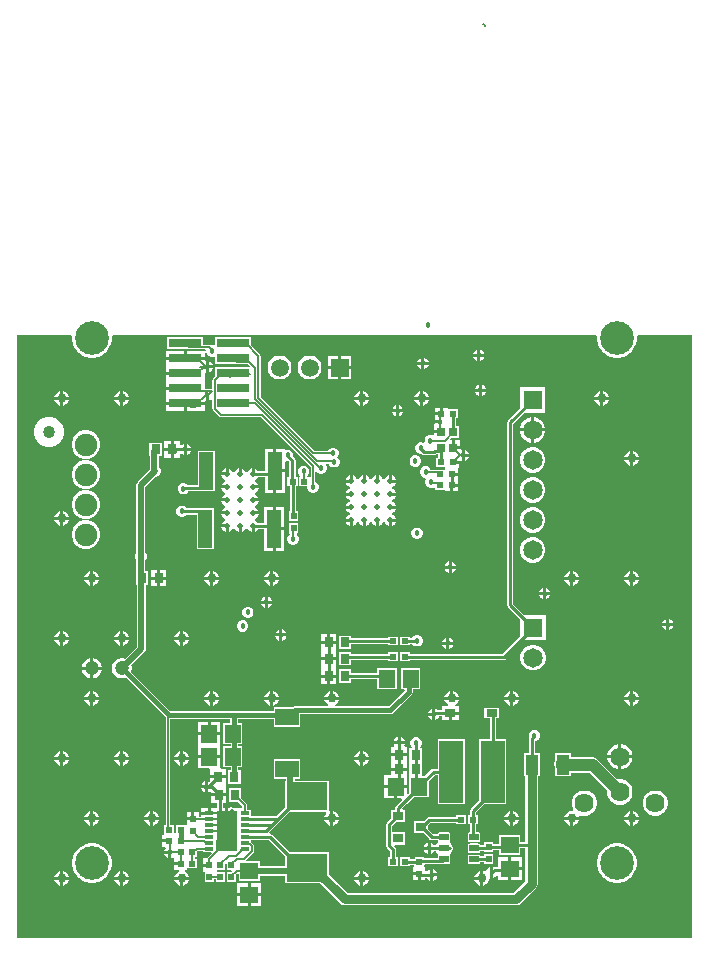
<source format=gtl>
G04*
G04 #@! TF.GenerationSoftware,Altium Limited,Altium Designer,21.5.1 (32)*
G04*
G04 Layer_Physical_Order=1*
G04 Layer_Color=255*
%FSLAX25Y25*%
%MOIN*%
G70*
G04*
G04 #@! TF.SameCoordinates,9DB8949B-C02E-4DCA-B792-844CB0D99077*
G04*
G04*
G04 #@! TF.FilePolarity,Positive*
G04*
G01*
G75*
%ADD16C,0.00500*%
%ADD17C,0.01000*%
%ADD19R,0.07874X0.05512*%
%ADD25R,0.04747X0.12598*%
%ADD35R,0.03543X0.03150*%
%ADD45R,0.13386X0.09252*%
%ADD46R,0.05512X0.05906*%
%ADD47R,0.02756X0.02953*%
%ADD48R,0.03150X0.03543*%
%ADD49R,0.04331X0.06693*%
%ADD50R,0.07087X0.13386*%
%ADD51R,0.03150X0.01181*%
%ADD52R,0.02362X0.01968*%
%ADD53R,0.05906X0.05512*%
%ADD54R,0.01968X0.02362*%
%ADD55R,0.03819X0.02559*%
G04:AMPARAMS|DCode=56|XSize=21.65mil|YSize=31.5mil|CornerRadius=1.95mil|HoleSize=0mil|Usage=FLASHONLY|Rotation=90.000|XOffset=0mil|YOffset=0mil|HoleType=Round|Shape=RoundedRectangle|*
%AMROUNDEDRECTD56*
21,1,0.02165,0.02760,0,0,90.0*
21,1,0.01776,0.03150,0,0,90.0*
1,1,0.00390,0.01380,0.00888*
1,1,0.00390,0.01380,-0.00888*
1,1,0.00390,-0.01380,-0.00888*
1,1,0.00390,-0.01380,0.00888*
%
%ADD56ROUNDEDRECTD56*%
%ADD57R,0.10984X0.02913*%
%ADD58R,0.07874X0.20866*%
%ADD59C,0.01500*%
%ADD60C,0.03000*%
%ADD61C,0.04000*%
%ADD62C,0.05000*%
%ADD63C,0.02000*%
%ADD64C,0.06378*%
%ADD65C,0.06496*%
%ADD66R,0.06496X0.06496*%
%ADD67C,0.04724*%
%ADD68C,0.07500*%
%ADD69C,0.04047*%
%ADD70R,0.05906X0.05906*%
%ADD71C,0.05906*%
%ADD72C,0.11200*%
%ADD73C,0.01800*%
%ADD74C,0.03000*%
%ADD75C,0.01968*%
G36*
X243147Y200959D02*
X243400Y200650D01*
Y199350D01*
X243654Y198075D01*
X244151Y196874D01*
X244873Y195793D01*
X245793Y194873D01*
X246874Y194151D01*
X248075Y193654D01*
X249350Y193400D01*
X250650D01*
X251925Y193654D01*
X253126Y194151D01*
X254207Y194873D01*
X255127Y195793D01*
X255849Y196874D01*
X256346Y198075D01*
X256600Y199350D01*
Y200459D01*
X256972Y200959D01*
X418147Y200959D01*
X418400Y200650D01*
Y199350D01*
X418654Y198075D01*
X419151Y196874D01*
X419873Y195793D01*
X420793Y194873D01*
X421874Y194151D01*
X423075Y193654D01*
X424350Y193400D01*
X425650D01*
X426925Y193654D01*
X428126Y194151D01*
X429207Y194873D01*
X430126Y195793D01*
X430849Y196874D01*
X431346Y198075D01*
X431600Y199350D01*
Y200459D01*
X431972Y200959D01*
X450000D01*
X450000Y200959D01*
Y0D01*
X225000D01*
X225000Y0D01*
Y200959D01*
X243147D01*
D02*
G37*
%LPC*%
G36*
X303167Y200224D02*
X291182D01*
Y197892D01*
X290682Y197558D01*
X290417Y197668D01*
X289733D01*
X289583Y197767D01*
X289291Y197826D01*
X287143D01*
Y200224D01*
X275159D01*
Y196311D01*
X282284D01*
X282358Y196296D01*
X287577D01*
X287948Y195796D01*
X287937Y195758D01*
X287915Y195730D01*
X287643Y195724D01*
X287639Y195724D01*
X287286Y195724D01*
X281651D01*
Y193768D01*
X287643D01*
Y195224D01*
X287643Y195367D01*
X287653Y195379D01*
X288125Y195389D01*
X288175Y195302D01*
X288428Y194691D01*
X288963Y194157D01*
X289661Y193868D01*
X290417D01*
X290682Y193978D01*
X291182Y193644D01*
Y191311D01*
X298307D01*
X298381Y191296D01*
X302100D01*
X302672Y190724D01*
X302465Y190224D01*
X291182D01*
Y187392D01*
X290392Y186602D01*
X290226Y186354D01*
X290168Y186061D01*
Y183234D01*
X289922Y183032D01*
X289922Y183032D01*
X287643D01*
Y185311D01*
X287643Y185724D01*
X287643Y186224D01*
Y188330D01*
X287875Y188485D01*
Y190467D01*
Y192515D01*
X287643Y192718D01*
Y192768D01*
X281151D01*
X274659D01*
Y190811D01*
X274659D01*
Y190724D01*
X274659D01*
Y188768D01*
X281151D01*
Y187768D01*
X274659D01*
Y186224D01*
X274659Y185811D01*
X274659Y185311D01*
Y183768D01*
X281151D01*
Y182768D01*
X274659D01*
Y180811D01*
X274659D01*
Y180724D01*
X274659D01*
Y178768D01*
X281151D01*
X287643D01*
Y178936D01*
X287875Y179091D01*
Y181073D01*
X288875D01*
Y179223D01*
X289452Y179462D01*
X289668Y179678D01*
X290168Y179471D01*
Y176500D01*
X290226Y176208D01*
X290392Y175960D01*
X292392Y173959D01*
X292640Y173793D01*
X292933Y173735D01*
X306325D01*
X322965Y157095D01*
Y153651D01*
X322498Y153571D01*
Y153571D01*
X321926D01*
X321758Y154071D01*
X322173Y154486D01*
X322463Y155185D01*
Y155941D01*
X322173Y156639D01*
X321639Y157173D01*
X320941Y157463D01*
X320185D01*
X319486Y157173D01*
X318952Y156639D01*
X318663Y155941D01*
Y155185D01*
X318952Y154486D01*
X319368Y154071D01*
X319199Y153571D01*
X319136D01*
Y150602D01*
X321830D01*
Y149942D01*
X322119Y149244D01*
X322654Y148709D01*
X323352Y148420D01*
X324108D01*
X324806Y148709D01*
X325341Y149244D01*
X325630Y149942D01*
Y150698D01*
X325341Y151397D01*
X324806Y151931D01*
X324495Y152060D01*
Y155257D01*
X324995Y155464D01*
X325310Y155148D01*
X326008Y154859D01*
X326764D01*
X327463Y155148D01*
X327997Y155683D01*
X328286Y156381D01*
Y157137D01*
X328028Y157759D01*
X328226Y158259D01*
X328838D01*
X329070Y157699D01*
X329605Y157165D01*
X330303Y156875D01*
X331059D01*
X331757Y157165D01*
X332292Y157699D01*
X332581Y158397D01*
Y159153D01*
X332292Y159852D01*
X331861Y160282D01*
X332092Y160513D01*
X332381Y161211D01*
Y161967D01*
X332092Y162666D01*
X331558Y163200D01*
X330859Y163489D01*
X330103D01*
X329405Y163200D01*
X328871Y162666D01*
X328742Y162354D01*
X324112D01*
X306234Y180232D01*
Y194009D01*
X306176Y194301D01*
X306010Y194549D01*
X303167Y197392D01*
Y200224D01*
D02*
G37*
G36*
X379500Y196157D02*
Y194807D01*
X380849D01*
X380611Y195383D01*
X380076Y195918D01*
X379500Y196157D01*
D02*
G37*
G36*
X378500D02*
X377924Y195918D01*
X377389Y195383D01*
X377151Y194807D01*
X378500D01*
Y196157D01*
D02*
G37*
G36*
X280651Y195724D02*
X274659D01*
Y193768D01*
X280651D01*
Y195724D01*
D02*
G37*
G36*
X380849Y193807D02*
X379500D01*
Y192458D01*
X380076Y192696D01*
X380611Y193231D01*
X380849Y193807D01*
D02*
G37*
G36*
X378500D02*
X377151D01*
X377389Y193231D01*
X377924Y192696D01*
X378500Y192458D01*
Y193807D01*
D02*
G37*
G36*
X360865Y193393D02*
Y192043D01*
X362214D01*
X361976Y192620D01*
X361441Y193154D01*
X360865Y193393D01*
D02*
G37*
G36*
X359865D02*
X359289Y193154D01*
X358754Y192620D01*
X358515Y192043D01*
X359865D01*
Y193393D01*
D02*
G37*
G36*
X288875Y192316D02*
Y190967D01*
X290225D01*
X289986Y191543D01*
X289452Y192078D01*
X288875Y192316D01*
D02*
G37*
G36*
X336508Y194142D02*
X333056D01*
Y190690D01*
X336508D01*
Y194142D01*
D02*
G37*
G36*
X332056D02*
X328603D01*
Y190690D01*
X332056D01*
Y194142D01*
D02*
G37*
G36*
X362214Y191043D02*
X360865D01*
Y189694D01*
X361441Y189933D01*
X361976Y190467D01*
X362214Y191043D01*
D02*
G37*
G36*
X359865D02*
X358515D01*
X358754Y190467D01*
X359289Y189933D01*
X359865Y189694D01*
Y191043D01*
D02*
G37*
G36*
X290225Y189967D02*
X288875D01*
Y188617D01*
X289452Y188856D01*
X289986Y189391D01*
X290225Y189967D01*
D02*
G37*
G36*
X336508Y189690D02*
X333056D01*
Y186237D01*
X336508D01*
Y189690D01*
D02*
G37*
G36*
X332056D02*
X328603D01*
Y186237D01*
X332056D01*
Y189690D01*
D02*
G37*
G36*
X323076Y194142D02*
X322035D01*
X321030Y193873D01*
X320129Y193353D01*
X319393Y192617D01*
X318872Y191715D01*
X318603Y190710D01*
Y189669D01*
X318872Y188664D01*
X319393Y187763D01*
X320129Y187027D01*
X321030Y186506D01*
X322035Y186237D01*
X323076D01*
X324081Y186506D01*
X324983Y187027D01*
X325719Y187763D01*
X326239Y188664D01*
X326508Y189669D01*
Y190710D01*
X326239Y191715D01*
X325719Y192617D01*
X324983Y193353D01*
X324081Y193873D01*
X323076Y194142D01*
D02*
G37*
G36*
X313076D02*
X312035D01*
X311030Y193873D01*
X310129Y193353D01*
X309393Y192617D01*
X308872Y191715D01*
X308603Y190710D01*
Y189669D01*
X308872Y188664D01*
X309393Y187763D01*
X310129Y187027D01*
X311030Y186506D01*
X312035Y186237D01*
X313076D01*
X314081Y186506D01*
X314983Y187027D01*
X315719Y187763D01*
X316239Y188664D01*
X316509Y189669D01*
Y190710D01*
X316239Y191715D01*
X315719Y192617D01*
X314983Y193353D01*
X314081Y193873D01*
X313076Y194142D01*
D02*
G37*
G36*
X379986Y184447D02*
Y183098D01*
X381336D01*
X381097Y183674D01*
X380562Y184209D01*
X379986Y184447D01*
D02*
G37*
G36*
X378986D02*
X378410Y184209D01*
X377875Y183674D01*
X377637Y183098D01*
X378986D01*
Y184447D01*
D02*
G37*
G36*
X381336Y182098D02*
X379986D01*
Y180748D01*
X380562Y180987D01*
X381097Y181522D01*
X381336Y182098D01*
D02*
G37*
G36*
X378986D02*
X377637D01*
X377875Y181522D01*
X378410Y180987D01*
X378986Y180748D01*
Y182098D01*
D02*
G37*
G36*
X420500Y182499D02*
Y180500D01*
X422499D01*
X422119Y181416D01*
X421416Y182119D01*
X420500Y182499D01*
D02*
G37*
G36*
X419500D02*
X418584Y182119D01*
X417881Y181416D01*
X417501Y180500D01*
X419500D01*
Y182499D01*
D02*
G37*
G36*
X360500D02*
Y180500D01*
X362499D01*
X362119Y181416D01*
X361416Y182119D01*
X360500Y182499D01*
D02*
G37*
G36*
X359500D02*
X358584Y182119D01*
X357881Y181416D01*
X357501Y180500D01*
X359500D01*
Y182499D01*
D02*
G37*
G36*
X340500D02*
Y180500D01*
X342499D01*
X342119Y181416D01*
X341416Y182119D01*
X340500Y182499D01*
D02*
G37*
G36*
X339500D02*
X338584Y182119D01*
X337881Y181416D01*
X337501Y180500D01*
X339500D01*
Y182499D01*
D02*
G37*
G36*
X260500D02*
Y180500D01*
X262499D01*
X262119Y181416D01*
X261416Y182119D01*
X260500Y182499D01*
D02*
G37*
G36*
X259500D02*
X258584Y182119D01*
X257881Y181416D01*
X257501Y180500D01*
X259500D01*
Y182499D01*
D02*
G37*
G36*
X240500D02*
Y180500D01*
X242499D01*
X242119Y181416D01*
X241416Y182119D01*
X240500Y182499D01*
D02*
G37*
G36*
X239500D02*
X238584Y182119D01*
X237881Y181416D01*
X237501Y180500D01*
X239500D01*
Y182499D01*
D02*
G37*
G36*
X422499Y179500D02*
X420500D01*
Y177501D01*
X421416Y177881D01*
X422119Y178584D01*
X422499Y179500D01*
D02*
G37*
G36*
X419500D02*
X417501D01*
X417881Y178584D01*
X418584Y177881D01*
X419500Y177501D01*
Y179500D01*
D02*
G37*
G36*
X362499D02*
X360500D01*
Y177501D01*
X361416Y177881D01*
X362119Y178584D01*
X362499Y179500D01*
D02*
G37*
G36*
X359500D02*
X357501D01*
X357881Y178584D01*
X358584Y177881D01*
X359500Y177501D01*
Y179500D01*
D02*
G37*
G36*
X342499D02*
X340500D01*
Y177501D01*
X341416Y177881D01*
X342119Y178584D01*
X342499Y179500D01*
D02*
G37*
G36*
X339500D02*
X337501D01*
X337881Y178584D01*
X338584Y177881D01*
X339500Y177501D01*
Y179500D01*
D02*
G37*
G36*
X262499D02*
X260500D01*
Y177501D01*
X261416Y177881D01*
X262119Y178584D01*
X262499Y179500D01*
D02*
G37*
G36*
X259500D02*
X257501D01*
X257881Y178584D01*
X258584Y177881D01*
X259500Y177501D01*
Y179500D01*
D02*
G37*
G36*
X242499D02*
X240500D01*
Y177501D01*
X241416Y177881D01*
X242119Y178584D01*
X242499Y179500D01*
D02*
G37*
G36*
X239500D02*
X237501D01*
X237881Y178584D01*
X238584Y177881D01*
X239500Y177501D01*
Y179500D01*
D02*
G37*
G36*
X352391Y177624D02*
Y176274D01*
X353741D01*
X353502Y176851D01*
X352968Y177385D01*
X352391Y177624D01*
D02*
G37*
G36*
X351391D02*
X350815Y177385D01*
X350281Y176851D01*
X350042Y176274D01*
X351391D01*
Y177624D01*
D02*
G37*
G36*
X287643Y177768D02*
X281651D01*
Y175811D01*
X287643D01*
Y177768D01*
D02*
G37*
G36*
X280651D02*
X274659D01*
Y175811D01*
X280651D01*
Y177768D01*
D02*
G37*
G36*
X366004Y176809D02*
X364323D01*
Y175324D01*
X366004D01*
Y176809D01*
D02*
G37*
G36*
X353741Y175274D02*
X352391D01*
Y173925D01*
X352968Y174164D01*
X353502Y174698D01*
X353741Y175274D01*
D02*
G37*
G36*
X351391D02*
X350042D01*
X350281Y174698D01*
X350815Y174164D01*
X351391Y173925D01*
Y175274D01*
D02*
G37*
G36*
X397471Y173634D02*
X397412D01*
Y169886D01*
X401160D01*
Y169945D01*
X400870Y171025D01*
X400311Y171994D01*
X399520Y172785D01*
X398551Y173344D01*
X397471Y173634D01*
D02*
G37*
G36*
X396412D02*
X396353D01*
X395272Y173344D01*
X394303Y172785D01*
X393513Y171994D01*
X392953Y171025D01*
X392664Y169945D01*
Y169886D01*
X396412D01*
Y173634D01*
D02*
G37*
G36*
X368685Y176809D02*
X367004D01*
Y174825D01*
X366504D01*
Y174325D01*
X364323D01*
Y172840D01*
X364323D01*
X364371Y172768D01*
X364281Y172550D01*
X366130D01*
Y171550D01*
X364281D01*
X364304Y171494D01*
X364126Y171228D01*
X364126D01*
Y169252D01*
X366504D01*
Y168252D01*
X364126D01*
Y167841D01*
X363626Y167550D01*
X363164Y167742D01*
X362408D01*
X361709Y167452D01*
X361175Y166918D01*
X360886Y166219D01*
Y165464D01*
X360502Y165083D01*
X360099Y165250D01*
X359343D01*
X358645Y164961D01*
X358110Y164426D01*
X357821Y163728D01*
Y162972D01*
X358110Y162274D01*
X358645Y161739D01*
X359343Y161450D01*
X359974D01*
X360053Y161371D01*
X360384Y161150D01*
X360774Y161072D01*
X364059D01*
X364449Y161150D01*
X364780Y161371D01*
X364850Y161441D01*
X365485D01*
Y160098D01*
X364709D01*
Y157129D01*
X367748D01*
X367788Y156646D01*
X367788Y156646D01*
X367718Y156175D01*
X367713Y156146D01*
X367288Y156146D01*
X364351D01*
Y156115D01*
X362961D01*
X362831Y156426D01*
X362297Y156961D01*
X361599Y157250D01*
X360843D01*
X360144Y156961D01*
X359610Y156426D01*
X359321Y155728D01*
Y154972D01*
X359610Y154274D01*
X360144Y153739D01*
X360843Y153450D01*
X361056D01*
X361166Y153327D01*
X361337Y152950D01*
X361100Y152378D01*
Y151622D01*
X361389Y150924D01*
X361924Y150389D01*
X362622Y150100D01*
X363378D01*
X363851Y150296D01*
X364351Y150010D01*
Y149509D01*
X367713Y149509D01*
X367788Y149040D01*
Y149009D01*
X369469D01*
Y150993D01*
X369969D01*
Y151493D01*
X372150D01*
Y152677D01*
Y154161D01*
X369969D01*
Y155161D01*
X372150D01*
Y156629D01*
X372508D01*
Y158113D01*
X370327D01*
Y159113D01*
X372768D01*
X373008Y159270D01*
X373289Y159154D01*
Y161003D01*
Y162853D01*
X373235Y162830D01*
X373075Y162937D01*
X370441D01*
Y163437D01*
X369941D01*
Y165913D01*
X369436D01*
X369244Y166375D01*
X369645Y166776D01*
X372319D01*
Y170728D01*
X371461D01*
Y173340D01*
X372122D01*
Y176309D01*
X368760D01*
X368685Y176778D01*
Y176809D01*
D02*
G37*
G36*
X401160Y168886D02*
X397412D01*
Y165138D01*
X397471D01*
X398551Y165427D01*
X399520Y165986D01*
X400311Y166777D01*
X400870Y167746D01*
X401160Y168826D01*
Y168886D01*
D02*
G37*
G36*
X396412D02*
X392664D01*
Y168826D01*
X392953Y167746D01*
X393513Y166777D01*
X394303Y165986D01*
X395272Y165427D01*
X396353Y165138D01*
X396412D01*
Y168886D01*
D02*
G37*
G36*
X372819Y165913D02*
X370941D01*
Y163937D01*
X372819D01*
Y165913D01*
D02*
G37*
G36*
X236263Y173787D02*
X234934D01*
X233649Y173443D01*
X232498Y172778D01*
X231558Y171838D01*
X230893Y170687D01*
X230549Y169402D01*
Y168073D01*
X230893Y166789D01*
X231558Y165637D01*
X232498Y164697D01*
X233649Y164033D01*
X234934Y163689D01*
X236263D01*
X237547Y164033D01*
X238699Y164697D01*
X239639Y165637D01*
X240303Y166789D01*
X240648Y168073D01*
Y169402D01*
X240303Y170687D01*
X239639Y171838D01*
X238699Y172778D01*
X237547Y173443D01*
X236263Y173787D01*
D02*
G37*
G36*
X281651Y164775D02*
Y163426D01*
X283000D01*
X282762Y164002D01*
X282227Y164537D01*
X281651Y164775D01*
D02*
G37*
G36*
X276256Y165698D02*
X274181D01*
Y163426D01*
X276256D01*
Y165698D01*
D02*
G37*
G36*
X374289Y162853D02*
Y161503D01*
X375639D01*
X375400Y162080D01*
X374866Y162614D01*
X374289Y162853D01*
D02*
G37*
G36*
X283000Y162426D02*
X281651D01*
Y161076D01*
X282227Y161315D01*
X282762Y161850D01*
X283000Y162426D01*
D02*
G37*
G36*
X279331Y165698D02*
X277256D01*
Y162926D01*
Y160154D01*
X279331D01*
Y161352D01*
X279831Y161559D01*
X280075Y161315D01*
X280651Y161076D01*
Y162926D01*
Y164775D01*
X280075Y164537D01*
X279831Y164293D01*
X279331Y164500D01*
Y165698D01*
D02*
G37*
G36*
X430500Y162499D02*
Y160500D01*
X432499D01*
X432119Y161416D01*
X431416Y162119D01*
X430500Y162499D01*
D02*
G37*
G36*
X429500D02*
X428584Y162119D01*
X427881Y161416D01*
X427501Y160500D01*
X429500D01*
Y162499D01*
D02*
G37*
G36*
X276256Y162426D02*
X274181D01*
Y160154D01*
X276256D01*
Y162426D01*
D02*
G37*
G36*
X248625Y169287D02*
X247375D01*
X246167Y168963D01*
X245083Y168338D01*
X244199Y167454D01*
X243574Y166370D01*
X243250Y165162D01*
Y163912D01*
X243574Y162704D01*
X244199Y161620D01*
X245083Y160736D01*
X246167Y160111D01*
X247375Y159787D01*
X248625D01*
X249833Y160111D01*
X250917Y160736D01*
X251801Y161620D01*
X252426Y162704D01*
X252750Y163912D01*
Y165162D01*
X252426Y166370D01*
X251801Y167454D01*
X250917Y168338D01*
X249833Y168963D01*
X248625Y169287D01*
D02*
G37*
G36*
X375639Y160503D02*
X374289D01*
Y159154D01*
X374866Y159392D01*
X375400Y159927D01*
X375639Y160503D01*
D02*
G37*
G36*
X432499Y159500D02*
X430500D01*
Y157501D01*
X431416Y157881D01*
X432119Y158584D01*
X432499Y159500D01*
D02*
G37*
G36*
X429500D02*
X427501D01*
X427881Y158584D01*
X428584Y157881D01*
X429500Y157501D01*
Y159500D01*
D02*
G37*
G36*
X358184Y160991D02*
X357428D01*
X356730Y160701D01*
X356196Y160167D01*
X355906Y159468D01*
Y158713D01*
X356196Y158014D01*
X356730Y157480D01*
X357428Y157191D01*
X358184D01*
X358883Y157480D01*
X359417Y158014D01*
X359706Y158713D01*
Y159468D01*
X359417Y160167D01*
X358883Y160701D01*
X358184Y160991D01*
D02*
G37*
G36*
X310440Y163007D02*
X307566D01*
Y155743D01*
X305458D01*
X305415Y155847D01*
X304857Y156405D01*
X304233Y156664D01*
Y154723D01*
X303233D01*
Y156664D01*
X302609Y156405D01*
X302050Y155847D01*
X301838Y155334D01*
X301297D01*
X301084Y155847D01*
X300526Y156405D01*
X299902Y156664D01*
Y154723D01*
X298902D01*
Y156664D01*
X298278Y156405D01*
X297720Y155847D01*
X297507Y155334D01*
X296966D01*
X296753Y155847D01*
X296195Y156405D01*
X295571Y156664D01*
Y154723D01*
X295071D01*
Y154223D01*
X293131D01*
X293389Y153599D01*
X293947Y153041D01*
X294461Y152829D01*
Y152287D01*
X293947Y152075D01*
X293389Y151517D01*
X293131Y150893D01*
X295071D01*
Y149893D01*
X293131D01*
X293389Y149269D01*
X293947Y148711D01*
X294461Y148498D01*
Y147957D01*
X293947Y147744D01*
X293389Y147186D01*
X293131Y146562D01*
X295071D01*
Y145562D01*
X293131D01*
X293389Y144938D01*
X293947Y144380D01*
X294461Y144167D01*
Y143626D01*
X293947Y143413D01*
X293389Y142855D01*
X293131Y142231D01*
X295071D01*
Y141231D01*
X293131D01*
X293389Y140607D01*
X293947Y140049D01*
X294461Y139836D01*
Y139295D01*
X293947Y139083D01*
X293389Y138524D01*
X293131Y137900D01*
X295071D01*
Y137400D01*
X295571D01*
Y135460D01*
X296195Y135718D01*
X296753Y136276D01*
X296966Y136790D01*
X297507D01*
X297720Y136276D01*
X298278Y135718D01*
X298902Y135460D01*
Y137400D01*
X299902D01*
Y135460D01*
X300526Y135718D01*
X301084Y136276D01*
X301297Y136790D01*
X301838D01*
X302050Y136276D01*
X302609Y135718D01*
X303233Y135460D01*
Y137400D01*
X304233D01*
Y135460D01*
X304857Y135718D01*
X305415Y136276D01*
X305458Y136381D01*
X307348D01*
Y129117D01*
X310221D01*
Y136416D01*
Y143715D01*
X307348D01*
Y138420D01*
X305458D01*
X305415Y138524D01*
X304857Y139083D01*
X304343Y139295D01*
Y139836D01*
X304857Y140049D01*
X305415Y140607D01*
X305673Y141231D01*
X303733D01*
Y142231D01*
X305673D01*
X305415Y142855D01*
X304857Y143413D01*
X304343Y143626D01*
Y144167D01*
X304857Y144380D01*
X305415Y144938D01*
X305673Y145562D01*
X303733D01*
Y146562D01*
X305673D01*
X305415Y147186D01*
X304857Y147744D01*
X304343Y147957D01*
Y148498D01*
X304857Y148711D01*
X305415Y149269D01*
X305673Y149893D01*
X303733D01*
Y150893D01*
X305673D01*
X305415Y151517D01*
X304857Y152075D01*
X304343Y152287D01*
Y152829D01*
X304857Y153041D01*
X305415Y153599D01*
X305458Y153704D01*
X307566D01*
Y148408D01*
X310440D01*
Y155708D01*
Y163007D01*
D02*
G37*
G36*
X294571Y156664D02*
X293947Y156405D01*
X293389Y155847D01*
X293131Y155223D01*
X294571D01*
Y156664D01*
D02*
G37*
G36*
X397471Y163634D02*
X396353D01*
X395272Y163344D01*
X394303Y162785D01*
X393513Y161994D01*
X392953Y161025D01*
X392664Y159945D01*
Y158826D01*
X392953Y157746D01*
X393513Y156777D01*
X394303Y155986D01*
X395272Y155427D01*
X396353Y155138D01*
X397471D01*
X398551Y155427D01*
X399520Y155986D01*
X400311Y156777D01*
X400870Y157746D01*
X401160Y158826D01*
Y159945D01*
X400870Y161025D01*
X400311Y161994D01*
X399520Y162785D01*
X398551Y163344D01*
X397471Y163634D01*
D02*
G37*
G36*
X348996Y154212D02*
X348372Y153953D01*
X347814Y153395D01*
X347601Y152882D01*
X347060D01*
X346848Y153395D01*
X346289Y153953D01*
X345665Y154212D01*
Y152271D01*
X344665D01*
Y154212D01*
X344041Y153953D01*
X343483Y153395D01*
X343271Y152882D01*
X342729D01*
X342517Y153395D01*
X341959Y153953D01*
X341335Y154212D01*
Y152271D01*
X340335D01*
Y154212D01*
X339711Y153953D01*
X339153Y153395D01*
X338940Y152882D01*
X338399D01*
X338186Y153395D01*
X337628Y153953D01*
X337004Y154212D01*
Y152271D01*
X336504D01*
Y151771D01*
X334563D01*
X334822Y151147D01*
X335380Y150589D01*
X335893Y150376D01*
Y149835D01*
X335380Y149623D01*
X334822Y149065D01*
X334563Y148441D01*
X336504D01*
Y147441D01*
X334563D01*
X334822Y146817D01*
X335380Y146258D01*
X335893Y146046D01*
Y145505D01*
X335380Y145292D01*
X334822Y144734D01*
X334563Y144110D01*
X336504D01*
Y143110D01*
X334563D01*
X334822Y142486D01*
X335380Y141928D01*
X335893Y141715D01*
Y141174D01*
X335380Y140961D01*
X334822Y140403D01*
X334563Y139779D01*
X336504D01*
Y139279D01*
X337004D01*
Y137338D01*
X337628Y137597D01*
X338186Y138155D01*
X338399Y138668D01*
X338940D01*
X339153Y138155D01*
X339711Y137597D01*
X340335Y137338D01*
Y139279D01*
X341335D01*
Y137338D01*
X341959Y137597D01*
X342517Y138155D01*
X342729Y138668D01*
X343271D01*
X343483Y138155D01*
X344041Y137597D01*
X344665Y137338D01*
Y139279D01*
X345665D01*
Y137338D01*
X346289Y137597D01*
X346848Y138155D01*
X347060Y138668D01*
X347601D01*
X347814Y138155D01*
X348372Y137597D01*
X348996Y137338D01*
Y139279D01*
X349496D01*
Y139779D01*
X351437D01*
X351178Y140403D01*
X350620Y140961D01*
X350107Y141174D01*
Y141715D01*
X350620Y141928D01*
X351178Y142486D01*
X351437Y143110D01*
X349496D01*
Y144110D01*
X351437D01*
X351178Y144734D01*
X350620Y145292D01*
X350107Y145505D01*
Y146046D01*
X350620Y146258D01*
X351178Y146817D01*
X351437Y147441D01*
X349496D01*
Y148441D01*
X351437D01*
X351178Y149065D01*
X350620Y149623D01*
X350107Y149835D01*
Y150376D01*
X350620Y150589D01*
X351178Y151147D01*
X351437Y151771D01*
X349496D01*
Y152271D01*
X348996D01*
Y154212D01*
D02*
G37*
G36*
X349996D02*
Y152771D01*
X351437D01*
X351178Y153395D01*
X350620Y153953D01*
X349996Y154212D01*
D02*
G37*
G36*
X336004D02*
X335380Y153953D01*
X334822Y153395D01*
X334563Y152771D01*
X336004D01*
Y154212D01*
D02*
G37*
G36*
X290956Y162507D02*
X285210D01*
Y151000D01*
X281979D01*
X281562Y151416D01*
X280864Y151705D01*
X280108D01*
X279410Y151416D01*
X278875Y150882D01*
X278586Y150183D01*
Y149427D01*
X278875Y148729D01*
X279410Y148195D01*
X280108Y147905D01*
X280864D01*
X281562Y148195D01*
X282097Y148729D01*
X282193Y148960D01*
X285210D01*
Y148908D01*
X290956D01*
Y162507D01*
D02*
G37*
G36*
X248625Y159287D02*
X247375D01*
X246167Y158963D01*
X245083Y158338D01*
X244199Y157454D01*
X243574Y156370D01*
X243250Y155162D01*
Y153912D01*
X243574Y152703D01*
X244199Y151620D01*
X245083Y150736D01*
X246167Y150111D01*
X247375Y149787D01*
X248625D01*
X249833Y150111D01*
X250917Y150736D01*
X251801Y151620D01*
X252426Y152703D01*
X252750Y153912D01*
Y155162D01*
X252426Y156370D01*
X251801Y157454D01*
X250917Y158338D01*
X249833Y158963D01*
X248625Y159287D01*
D02*
G37*
G36*
X372150Y150493D02*
X370469D01*
Y149009D01*
X372150D01*
Y150493D01*
D02*
G37*
G36*
X314313Y155208D02*
X311440D01*
Y148408D01*
X314313D01*
Y155208D01*
D02*
G37*
G36*
X397471Y153634D02*
X396353D01*
X395272Y153344D01*
X394303Y152785D01*
X393513Y151994D01*
X392953Y151025D01*
X392664Y149945D01*
Y148826D01*
X392953Y147746D01*
X393513Y146777D01*
X394303Y145986D01*
X395272Y145427D01*
X396353Y145138D01*
X397471D01*
X398551Y145427D01*
X399520Y145986D01*
X400311Y146777D01*
X400870Y147746D01*
X401160Y148826D01*
Y149945D01*
X400870Y151025D01*
X400311Y151994D01*
X399520Y152785D01*
X398551Y153344D01*
X397471Y153634D01*
D02*
G37*
G36*
X240500Y142499D02*
Y140500D01*
X242499D01*
X242119Y141416D01*
X241416Y142119D01*
X240500Y142499D01*
D02*
G37*
G36*
X239500D02*
X238584Y142119D01*
X237881Y141416D01*
X237501Y140500D01*
X239500D01*
Y142499D01*
D02*
G37*
G36*
X248625Y149287D02*
X247375D01*
X246167Y148963D01*
X245083Y148338D01*
X244199Y147453D01*
X243574Y146370D01*
X243250Y145162D01*
Y143912D01*
X243574Y142703D01*
X244199Y141620D01*
X245083Y140736D01*
X246167Y140111D01*
X247375Y139787D01*
X248625D01*
X249833Y140111D01*
X250917Y140736D01*
X251801Y141620D01*
X252426Y142703D01*
X252750Y143912D01*
Y145162D01*
X252426Y146370D01*
X251801Y147453D01*
X250917Y148338D01*
X249833Y148963D01*
X248625Y149287D01*
D02*
G37*
G36*
X314313Y163007D02*
Y163007D01*
X311440D01*
Y156208D01*
X314313D01*
Y158779D01*
X314729Y159056D01*
X314835Y159012D01*
X315570D01*
X315840Y158742D01*
Y153571D01*
X315199D01*
Y150602D01*
X316051D01*
Y142338D01*
X315776D01*
Y138976D01*
X318744D01*
Y142338D01*
X318090D01*
Y150602D01*
X318561D01*
Y153571D01*
X317879D01*
Y159165D01*
X317801Y159555D01*
X317580Y159886D01*
X317060Y160406D01*
X317113Y160535D01*
Y161290D01*
X316824Y161989D01*
X316289Y162523D01*
X315591Y162812D01*
X314835D01*
X314692Y162753D01*
X314313Y163007D01*
D02*
G37*
G36*
X242499Y139500D02*
X240500D01*
Y137501D01*
X241416Y137881D01*
X242119Y138584D01*
X242499Y139500D01*
D02*
G37*
G36*
X239500D02*
X237501D01*
X237881Y138584D01*
X238584Y137881D01*
X239500Y137501D01*
Y139500D01*
D02*
G37*
G36*
X351437Y138779D02*
X349996D01*
Y137338D01*
X350620Y137597D01*
X351178Y138155D01*
X351437Y138779D01*
D02*
G37*
G36*
X336004D02*
X334563D01*
X334822Y138155D01*
X335380Y137597D01*
X336004Y137338D01*
Y138779D01*
D02*
G37*
G36*
X314094Y143715D02*
X311221D01*
Y136916D01*
X314094D01*
Y143715D01*
D02*
G37*
G36*
X294571Y136900D02*
X293131D01*
X293389Y136276D01*
X293947Y135718D01*
X294571Y135460D01*
Y136900D01*
D02*
G37*
G36*
X397471Y143634D02*
X396353D01*
X395272Y143344D01*
X394303Y142785D01*
X393513Y141994D01*
X392953Y141025D01*
X392664Y139945D01*
Y138826D01*
X392953Y137746D01*
X393513Y136777D01*
X394303Y135986D01*
X395272Y135427D01*
X396353Y135138D01*
X397471D01*
X398551Y135427D01*
X399520Y135986D01*
X400311Y136777D01*
X400870Y137746D01*
X401160Y138826D01*
Y139945D01*
X400870Y141025D01*
X400311Y141994D01*
X399520Y142785D01*
X398551Y143344D01*
X397471Y143634D01*
D02*
G37*
G36*
X358754Y136852D02*
X357998D01*
X357300Y136563D01*
X356766Y136028D01*
X356476Y135330D01*
Y134574D01*
X356766Y133876D01*
X357300Y133341D01*
X357998Y133052D01*
X358754D01*
X359453Y133341D01*
X359987Y133876D01*
X360276Y134574D01*
Y135330D01*
X359987Y136028D01*
X359453Y136563D01*
X358754Y136852D01*
D02*
G37*
G36*
X318744Y138401D02*
X315776D01*
Y135039D01*
X315776D01*
X315910Y134595D01*
X315918Y134539D01*
X315439Y134059D01*
X315150Y133361D01*
Y132605D01*
X315439Y131907D01*
X315973Y131372D01*
X316672Y131083D01*
X317427D01*
X318126Y131372D01*
X318660Y131907D01*
X318950Y132605D01*
Y133361D01*
X318660Y134059D01*
X318181Y134539D01*
X318221Y134797D01*
X318334Y135039D01*
X318744D01*
Y138401D01*
D02*
G37*
G36*
X248625Y139287D02*
X247375D01*
X246167Y138963D01*
X245083Y138338D01*
X244199Y137453D01*
X243574Y136370D01*
X243250Y135162D01*
Y133912D01*
X243574Y132703D01*
X244199Y131620D01*
X245083Y130736D01*
X246167Y130111D01*
X247375Y129787D01*
X248625D01*
X249833Y130111D01*
X250917Y130736D01*
X251801Y131620D01*
X252426Y132703D01*
X252750Y133912D01*
Y135162D01*
X252426Y136370D01*
X251801Y137453D01*
X250917Y138338D01*
X249833Y138963D01*
X248625Y139287D01*
D02*
G37*
G36*
X280373Y144182D02*
X279617D01*
X278918Y143893D01*
X278384Y143359D01*
X278095Y142660D01*
Y141904D01*
X278384Y141206D01*
X278918Y140672D01*
X279617Y140382D01*
X280373D01*
X281071Y140672D01*
X281595Y141196D01*
X284991D01*
Y129617D01*
X290737D01*
Y143215D01*
X286089D01*
X285991Y143235D01*
X281657D01*
X281605Y143359D01*
X281071Y143893D01*
X280373Y144182D01*
D02*
G37*
G36*
X314094Y135916D02*
X311221D01*
Y129117D01*
X314094D01*
Y135916D01*
D02*
G37*
G36*
X397471Y133634D02*
X396353D01*
X395272Y133344D01*
X394303Y132785D01*
X393513Y131994D01*
X392953Y131025D01*
X392664Y129945D01*
Y128826D01*
X392953Y127746D01*
X393513Y126777D01*
X394303Y125986D01*
X395272Y125427D01*
X396353Y125138D01*
X397471D01*
X398551Y125427D01*
X399520Y125986D01*
X400311Y126777D01*
X400870Y127746D01*
X401160Y128826D01*
Y129945D01*
X400870Y131025D01*
X400311Y131994D01*
X399520Y132785D01*
X398551Y133344D01*
X397471Y133634D01*
D02*
G37*
G36*
X369935Y125556D02*
Y124206D01*
X371285D01*
X371046Y124782D01*
X370512Y125317D01*
X369935Y125556D01*
D02*
G37*
G36*
X368935D02*
X368359Y125317D01*
X367825Y124782D01*
X367586Y124206D01*
X368935D01*
Y125556D01*
D02*
G37*
G36*
X371285Y123206D02*
X369935D01*
Y121857D01*
X370512Y122095D01*
X371046Y122630D01*
X371285Y123206D01*
D02*
G37*
G36*
X368935D02*
X367586D01*
X367825Y122630D01*
X368359Y122095D01*
X368935Y121857D01*
Y123206D01*
D02*
G37*
G36*
X430500Y122499D02*
Y120500D01*
X432499D01*
X432119Y121416D01*
X431416Y122119D01*
X430500Y122499D01*
D02*
G37*
G36*
X429500D02*
X428584Y122119D01*
X427881Y121416D01*
X427501Y120500D01*
X429500D01*
Y122499D01*
D02*
G37*
G36*
X410500D02*
Y120500D01*
X412499D01*
X412119Y121416D01*
X411416Y122119D01*
X410500Y122499D01*
D02*
G37*
G36*
X409500D02*
X408584Y122119D01*
X407881Y121416D01*
X407501Y120500D01*
X409500D01*
Y122499D01*
D02*
G37*
G36*
X310500D02*
Y120500D01*
X312499D01*
X312119Y121416D01*
X311416Y122119D01*
X310500Y122499D01*
D02*
G37*
G36*
X309500D02*
X308584Y122119D01*
X307881Y121416D01*
X307501Y120500D01*
X309500D01*
Y122499D01*
D02*
G37*
G36*
X290500D02*
Y120500D01*
X292499D01*
X292119Y121416D01*
X291416Y122119D01*
X290500Y122499D01*
D02*
G37*
G36*
X289500D02*
X288584Y122119D01*
X287881Y121416D01*
X287501Y120500D01*
X289500D01*
Y122499D01*
D02*
G37*
G36*
X250500D02*
Y120500D01*
X252499D01*
X252119Y121416D01*
X251416Y122119D01*
X250500Y122499D01*
D02*
G37*
G36*
X249500D02*
X248584Y122119D01*
X247881Y121416D01*
X247501Y120500D01*
X249500D01*
Y122499D01*
D02*
G37*
G36*
X274817Y122772D02*
X272742D01*
Y120500D01*
X274817D01*
Y122772D01*
D02*
G37*
G36*
X271742D02*
X269667D01*
Y120500D01*
X271742D01*
Y122772D01*
D02*
G37*
G36*
X432499Y119500D02*
X430500D01*
Y117501D01*
X431416Y117881D01*
X432119Y118584D01*
X432499Y119500D01*
D02*
G37*
G36*
X429500D02*
X427501D01*
X427881Y118584D01*
X428584Y117881D01*
X429500Y117501D01*
Y119500D01*
D02*
G37*
G36*
X412499D02*
X410500D01*
Y117501D01*
X411416Y117881D01*
X412119Y118584D01*
X412499Y119500D01*
D02*
G37*
G36*
X409500D02*
X407501D01*
X407881Y118584D01*
X408584Y117881D01*
X409500Y117501D01*
Y119500D01*
D02*
G37*
G36*
X312499D02*
X310500D01*
Y117501D01*
X311416Y117881D01*
X312119Y118584D01*
X312499Y119500D01*
D02*
G37*
G36*
X309500D02*
X307501D01*
X307881Y118584D01*
X308584Y117881D01*
X309500Y117501D01*
Y119500D01*
D02*
G37*
G36*
X292499D02*
X290500D01*
Y117501D01*
X291416Y117881D01*
X292119Y118584D01*
X292499Y119500D01*
D02*
G37*
G36*
X289500D02*
X287501D01*
X287881Y118584D01*
X288584Y117881D01*
X289500Y117501D01*
Y119500D01*
D02*
G37*
G36*
X252499D02*
X250500D01*
Y117501D01*
X251416Y117881D01*
X252119Y118584D01*
X252499Y119500D01*
D02*
G37*
G36*
X249500D02*
X247501D01*
X247881Y118584D01*
X248584Y117881D01*
X249500Y117501D01*
Y119500D01*
D02*
G37*
G36*
X274817Y119500D02*
X272742D01*
Y117228D01*
X274817D01*
Y119500D01*
D02*
G37*
G36*
X271742D02*
X269667D01*
Y117228D01*
X271742D01*
Y119500D01*
D02*
G37*
G36*
X401428Y116707D02*
Y115358D01*
X402777D01*
X402538Y115934D01*
X402004Y116469D01*
X401428Y116707D01*
D02*
G37*
G36*
X400428D02*
X399851Y116469D01*
X399317Y115934D01*
X399078Y115358D01*
X400428D01*
Y116707D01*
D02*
G37*
G36*
X402777Y114358D02*
X401428D01*
Y113008D01*
X402004Y113247D01*
X402538Y113782D01*
X402777Y114358D01*
D02*
G37*
G36*
X400428D02*
X399078D01*
X399317Y113782D01*
X399851Y113247D01*
X400428Y113008D01*
Y114358D01*
D02*
G37*
G36*
X308693Y113849D02*
Y112500D01*
X310042D01*
X309804Y113076D01*
X309269Y113611D01*
X308693Y113849D01*
D02*
G37*
G36*
X307693D02*
X307117Y113611D01*
X306582Y113076D01*
X306343Y112500D01*
X307693D01*
Y113849D01*
D02*
G37*
G36*
X310042Y111500D02*
X308693D01*
Y110151D01*
X309269Y110389D01*
X309804Y110924D01*
X310042Y111500D01*
D02*
G37*
G36*
X307693D02*
X306343D01*
X306582Y110924D01*
X307117Y110389D01*
X307693Y110151D01*
Y111500D01*
D02*
G37*
G36*
X302350Y110467D02*
X301594D01*
X300895Y110177D01*
X300361Y109643D01*
X300072Y108944D01*
Y108189D01*
X300361Y107490D01*
X300895Y106956D01*
X301594Y106667D01*
X302350D01*
X303048Y106956D01*
X303583Y107490D01*
X303872Y108189D01*
Y108944D01*
X303583Y109643D01*
X303048Y110177D01*
X302350Y110467D01*
D02*
G37*
G36*
X442500Y106349D02*
Y105000D01*
X443849D01*
X443611Y105576D01*
X443076Y106111D01*
X442500Y106349D01*
D02*
G37*
G36*
X441500D02*
X440924Y106111D01*
X440389Y105576D01*
X440151Y105000D01*
X441500D01*
Y106349D01*
D02*
G37*
G36*
X443849Y104000D02*
X442500D01*
Y102651D01*
X443076Y102889D01*
X443611Y103424D01*
X443849Y104000D01*
D02*
G37*
G36*
X441500D02*
X440151D01*
X440389Y103424D01*
X440924Y102889D01*
X441500Y102651D01*
Y104000D01*
D02*
G37*
G36*
X300631Y105894D02*
X299875D01*
X299177Y105605D01*
X298642Y105071D01*
X298353Y104372D01*
Y103616D01*
X298642Y102918D01*
X299177Y102384D01*
X299875Y102094D01*
X300631D01*
X301329Y102384D01*
X301864Y102918D01*
X302153Y103616D01*
Y104372D01*
X301864Y105071D01*
X301329Y105605D01*
X300631Y105894D01*
D02*
G37*
G36*
X313474Y102890D02*
Y101540D01*
X314824D01*
X314585Y102117D01*
X314051Y102651D01*
X313474Y102890D01*
D02*
G37*
G36*
X312474D02*
X311898Y102651D01*
X311364Y102117D01*
X311125Y101540D01*
X312474D01*
Y102890D01*
D02*
G37*
G36*
X280500Y102499D02*
Y100500D01*
X282499D01*
X282119Y101416D01*
X281416Y102119D01*
X280500Y102499D01*
D02*
G37*
G36*
X279500D02*
X278584Y102119D01*
X277881Y101416D01*
X277501Y100500D01*
X279500D01*
Y102499D01*
D02*
G37*
G36*
X260500D02*
Y100500D01*
X262499D01*
X262119Y101416D01*
X261416Y102119D01*
X260500Y102499D01*
D02*
G37*
G36*
X259500D02*
X258584Y102119D01*
X257881Y101416D01*
X257501Y100500D01*
X259500D01*
Y102499D01*
D02*
G37*
G36*
X240500D02*
Y100500D01*
X242499D01*
X242119Y101416D01*
X241416Y102119D01*
X240500Y102499D01*
D02*
G37*
G36*
X239500D02*
X238584Y102119D01*
X237881Y101416D01*
X237501Y100500D01*
X239500D01*
Y102499D01*
D02*
G37*
G36*
X358857Y101041D02*
X358101D01*
X357403Y100752D01*
X356868Y100217D01*
X356825Y100114D01*
X355993D01*
Y100532D01*
X352631D01*
Y97563D01*
X355993D01*
Y98075D01*
X356864D01*
X356868Y98065D01*
X357403Y97530D01*
X358101Y97241D01*
X358857D01*
X359555Y97530D01*
X360090Y98065D01*
X360379Y98763D01*
Y99519D01*
X360090Y100217D01*
X359555Y100752D01*
X358857Y101041D01*
D02*
G37*
G36*
X314824Y100540D02*
X313474D01*
Y99191D01*
X314051Y99430D01*
X314585Y99964D01*
X314824Y100540D01*
D02*
G37*
G36*
X312474D02*
X311125D01*
X311364Y99964D01*
X311898Y99430D01*
X312474Y99191D01*
Y100540D01*
D02*
G37*
G36*
X331511Y101371D02*
X329436D01*
Y99099D01*
X331511D01*
Y101371D01*
D02*
G37*
G36*
X328436D02*
X326361D01*
Y99099D01*
X328436D01*
Y101371D01*
D02*
G37*
G36*
X369163Y100156D02*
Y98807D01*
X370513D01*
X370274Y99383D01*
X369740Y99917D01*
X369163Y100156D01*
D02*
G37*
G36*
X368163D02*
X367587Y99917D01*
X367053Y99383D01*
X366814Y98807D01*
X368163D01*
Y100156D01*
D02*
G37*
G36*
X336523Y100871D02*
X332373D01*
Y96328D01*
X336523D01*
Y98028D01*
X348694D01*
Y97563D01*
X352056D01*
Y100532D01*
X348694D01*
Y100067D01*
X336523D01*
Y100871D01*
D02*
G37*
G36*
X282499Y99500D02*
X280500D01*
Y97501D01*
X281416Y97881D01*
X282119Y98584D01*
X282499Y99500D01*
D02*
G37*
G36*
X279500D02*
X277501D01*
X277881Y98584D01*
X278584Y97881D01*
X279500Y97501D01*
Y99500D01*
D02*
G37*
G36*
X262499D02*
X260500D01*
Y97501D01*
X261416Y97881D01*
X262119Y98584D01*
X262499Y99500D01*
D02*
G37*
G36*
X259500D02*
X257501D01*
X257881Y98584D01*
X258584Y97881D01*
X259500Y97501D01*
Y99500D01*
D02*
G37*
G36*
X242499D02*
X240500D01*
Y97501D01*
X241416Y97881D01*
X242119Y98584D01*
X242499Y99500D01*
D02*
G37*
G36*
X239500D02*
X237501D01*
X237881Y98584D01*
X238584Y97881D01*
X239500Y97501D01*
Y99500D01*
D02*
G37*
G36*
X370513Y97807D02*
X369163D01*
Y96457D01*
X369740Y96696D01*
X370274Y97230D01*
X370513Y97807D01*
D02*
G37*
G36*
X368163D02*
X366814D01*
X367053Y97230D01*
X367587Y96696D01*
X368163Y96457D01*
Y97807D01*
D02*
G37*
G36*
X401160Y183634D02*
X392664D01*
Y176579D01*
X388763Y172679D01*
X388542Y172348D01*
X388465Y171958D01*
Y110996D01*
X388542Y110606D01*
X388763Y110275D01*
X392732Y106306D01*
Y100694D01*
X386840Y94802D01*
X355993D01*
Y95267D01*
X352631D01*
Y92298D01*
X355993D01*
Y92763D01*
X387263D01*
X387653Y92840D01*
X387984Y93062D01*
X394174Y99252D01*
X401228D01*
Y107748D01*
X394174D01*
X390504Y111418D01*
Y171536D01*
X394106Y175138D01*
X401160D01*
Y183634D01*
D02*
G37*
G36*
X331511Y98099D02*
X328936D01*
X326361D01*
Y95828D01*
Y93692D01*
X328936D01*
X331511D01*
Y95828D01*
Y98099D01*
D02*
G37*
G36*
X273319Y165198D02*
X269169D01*
Y160654D01*
X269213D01*
Y156310D01*
X269088Y156010D01*
Y155895D01*
X265250Y152056D01*
X264918Y151560D01*
X264802Y150975D01*
X264852Y150725D01*
X264802Y150475D01*
Y128385D01*
X264721Y128303D01*
X264431Y127605D01*
Y126849D01*
X264721Y126151D01*
X264802Y126069D01*
Y122272D01*
X264655D01*
Y117728D01*
X264971D01*
Y97133D01*
X261039Y93202D01*
X260443Y93362D01*
X259557D01*
X258702Y93133D01*
X257936Y92690D01*
X257310Y92064D01*
X256867Y91298D01*
X256638Y90443D01*
Y89557D01*
X256867Y88702D01*
X257310Y87936D01*
X257936Y87310D01*
X258702Y86867D01*
X259557Y86638D01*
X260443D01*
X261298Y86867D01*
X261319Y86879D01*
X274658Y73540D01*
Y37627D01*
X273938D01*
X273938Y34659D01*
X273540Y34412D01*
X273438D01*
Y32928D01*
X275619D01*
Y31928D01*
X273438D01*
Y30443D01*
X274482D01*
X274689Y29943D01*
X274381Y29635D01*
X274143Y29059D01*
X275992D01*
Y28559D01*
X276492D01*
Y26710D01*
X276886Y26873D01*
X277386Y26612D01*
Y25346D01*
X279567D01*
Y24346D01*
X277386D01*
Y22862D01*
X279071D01*
X279170Y22362D01*
X278584Y22119D01*
X277881Y21416D01*
X277501Y20500D01*
X282499D01*
X282119Y21416D01*
X281416Y22119D01*
X280830Y22362D01*
X280929Y22862D01*
X281748D01*
Y22893D01*
X281823Y23362D01*
X282248Y23362D01*
X285185D01*
Y26331D01*
X284269D01*
Y27075D01*
X285185D01*
Y28962D01*
X285327Y29104D01*
X287020D01*
Y28778D01*
X289791D01*
X289998Y28278D01*
X288554Y26834D01*
X288388Y26586D01*
X288380Y26543D01*
X287110D01*
Y24862D01*
X289094D01*
Y23862D01*
X287110D01*
Y22181D01*
X287141D01*
X287610Y22106D01*
X287610Y21681D01*
Y18744D01*
X290579D01*
Y19660D01*
X291315D01*
Y18744D01*
X294284D01*
Y22106D01*
X291733Y22106D01*
X291582Y22352D01*
X291781Y22681D01*
X294284D01*
Y24848D01*
X294516Y25030D01*
X295016Y24798D01*
Y22681D01*
X296304D01*
X296571Y22181D01*
X296521Y22106D01*
X295016D01*
Y18744D01*
X297984D01*
Y21025D01*
X298528Y21568D01*
X299028Y21482D01*
Y19138D01*
X305933D01*
Y20864D01*
X314488D01*
Y18374D01*
X325990D01*
X332806Y11558D01*
X333468Y11116D01*
X334248Y10961D01*
X391441D01*
X392221Y11116D01*
X392883Y11558D01*
X398005Y16680D01*
X398447Y17342D01*
X398602Y18122D01*
Y30859D01*
X398583Y30956D01*
X398602Y31054D01*
Y53889D01*
X399228D01*
Y61582D01*
X397583D01*
Y65600D01*
X397878D01*
X398576Y65889D01*
X399111Y66424D01*
X399400Y67122D01*
Y67878D01*
X399111Y68576D01*
X398576Y69111D01*
X397878Y69400D01*
X397122D01*
X396424Y69111D01*
X395889Y68576D01*
X395600Y67878D01*
Y67122D01*
X395664Y66968D01*
X395621Y66904D01*
X395543Y66514D01*
Y61582D01*
X393898D01*
Y53889D01*
X394524D01*
Y32073D01*
X392732D01*
Y34310D01*
X385827D01*
Y31286D01*
X383809D01*
Y31947D01*
X380841D01*
Y31138D01*
X379395D01*
X379247Y31360D01*
X379017Y31513D01*
X378746Y31567D01*
X375986D01*
X375715Y31513D01*
X375485Y31360D01*
X375332Y31130D01*
X375278Y30859D01*
Y29083D01*
X375332Y28812D01*
X375485Y28582D01*
X375715Y28429D01*
X375986Y28375D01*
X378746D01*
X379017Y28429D01*
X379247Y28582D01*
X379401Y28812D01*
X379454Y29083D01*
Y29099D01*
X380841D01*
Y28585D01*
X383809D01*
Y29247D01*
X385827D01*
Y27798D01*
X392732D01*
Y30034D01*
X394524D01*
Y18967D01*
X390596Y15039D01*
X335093D01*
X328874Y21258D01*
Y28626D01*
X315930D01*
X310030Y34527D01*
X309699Y34748D01*
X309309Y34825D01*
X309269D01*
X309062Y35325D01*
X310759Y37022D01*
X312727Y38990D01*
X315930Y42193D01*
X327950D01*
X328157Y41693D01*
X327881Y41416D01*
X327501Y40500D01*
X329500D01*
Y42499D01*
X329290Y42412D01*
X328874Y42690D01*
Y52445D01*
X317676D01*
Y53045D01*
X319437D01*
Y59557D01*
X310563D01*
Y53045D01*
X314617D01*
Y52445D01*
X314488D01*
Y43635D01*
X311584Y40731D01*
X302980D01*
Y42770D01*
X301670D01*
Y44399D01*
X301670Y44399D01*
X301612Y44692D01*
X301446Y44940D01*
X299831Y46556D01*
Y50017D01*
X295681D01*
Y45474D01*
X298749D01*
X300141Y44082D01*
Y42770D01*
X299543D01*
Y43467D01*
X296950D01*
X296742Y43606D01*
X296352Y43683D01*
X295961Y43606D01*
X295754Y43467D01*
X295500D01*
Y35774D01*
X294500D01*
Y43467D01*
X293819D01*
Y43984D01*
X293819Y43984D01*
Y44974D01*
X294819D01*
Y47246D01*
X292244D01*
X289669D01*
Y44974D01*
X291780D01*
Y43984D01*
X291780Y43984D01*
Y43467D01*
X290457D01*
Y43270D01*
X289595D01*
Y41680D01*
X289094D01*
Y41180D01*
X286520D01*
Y40476D01*
X285685D01*
Y41892D01*
X284201D01*
Y39711D01*
X283701D01*
Y39211D01*
X281716D01*
Y38030D01*
X281716Y37678D01*
X281237Y37627D01*
X280800Y37627D01*
X280800D01*
X280799Y37627D01*
X277875D01*
Y35073D01*
X277615Y34929D01*
X277300Y35120D01*
Y37627D01*
X276187D01*
Y73106D01*
X296109D01*
Y71630D01*
X293661D01*
Y64725D01*
X296258D01*
Y63953D01*
X293618D01*
Y57047D01*
X296258D01*
Y56034D01*
X295457D01*
Y51491D01*
X299607D01*
Y56034D01*
X298807D01*
Y57047D01*
X300130D01*
Y63953D01*
X298807D01*
Y64725D01*
X300173D01*
Y71630D01*
X298658D01*
Y73106D01*
X310563D01*
Y70368D01*
X319437D01*
Y74738D01*
X349512D01*
X350000Y74835D01*
X350413Y75111D01*
X356576Y81274D01*
X356852Y81687D01*
X356949Y82175D01*
Y83046D01*
X359537D01*
Y89952D01*
X353025D01*
Y83046D01*
X354037D01*
X354244Y82546D01*
X348984Y77287D01*
X331289D01*
X331189Y77787D01*
X331416Y77881D01*
X332119Y78584D01*
X332499Y79500D01*
X327501D01*
X327881Y78584D01*
X328584Y77881D01*
X328811Y77787D01*
X328711Y77287D01*
X317600D01*
X317112Y77190D01*
X316699Y76913D01*
X316665Y76880D01*
X310563D01*
Y75655D01*
X276147D01*
X263121Y88681D01*
X263133Y88702D01*
X263362Y89557D01*
Y90443D01*
X263202Y91039D01*
X267581Y95419D01*
X267913Y95915D01*
X268029Y96500D01*
Y117728D01*
X268805D01*
Y122272D01*
X267861D01*
Y126069D01*
X267942Y126151D01*
X268231Y126849D01*
Y127605D01*
X267942Y128303D01*
X267861Y128385D01*
Y150341D01*
X271251Y153732D01*
X271366D01*
X272064Y154021D01*
X272599Y154555D01*
X272888Y155254D01*
Y156010D01*
X272599Y156708D01*
X272271Y157035D01*
Y160654D01*
X273319D01*
Y165198D01*
D02*
G37*
G36*
X336523Y95464D02*
X332373D01*
Y90920D01*
X336523D01*
Y92763D01*
X348694D01*
Y92298D01*
X352056D01*
Y95267D01*
X348694D01*
Y94802D01*
X336523D01*
Y95464D01*
D02*
G37*
G36*
X250500Y93347D02*
Y90500D01*
X253347D01*
X253133Y91298D01*
X252690Y92064D01*
X252064Y92690D01*
X251298Y93133D01*
X250500Y93347D01*
D02*
G37*
G36*
X249500Y93347D02*
X248702Y93133D01*
X247936Y92690D01*
X247310Y92064D01*
X246867Y91298D01*
X246653Y90500D01*
X249500D01*
Y93347D01*
D02*
G37*
G36*
X397540Y97748D02*
X396421D01*
X395341Y97458D01*
X394372Y96899D01*
X393581Y96108D01*
X393022Y95140D01*
X392732Y94059D01*
Y92941D01*
X393022Y91860D01*
X393581Y90892D01*
X394372Y90101D01*
X395341Y89541D01*
X396421Y89252D01*
X397540D01*
X398620Y89541D01*
X399589Y90101D01*
X400380Y90892D01*
X400939Y91860D01*
X401228Y92941D01*
Y94059D01*
X400939Y95140D01*
X400380Y96108D01*
X399589Y96899D01*
X398620Y97458D01*
X397540Y97748D01*
D02*
G37*
G36*
X351663Y89952D02*
X345151D01*
Y88354D01*
X336523D01*
Y89606D01*
X332373D01*
Y85063D01*
X336523D01*
Y86315D01*
X345151D01*
Y83046D01*
X351663D01*
Y89952D01*
D02*
G37*
G36*
X331511Y92692D02*
X328936D01*
X326361D01*
Y90420D01*
X326361D01*
Y90106D01*
X326361D01*
Y87835D01*
X328936D01*
X331511D01*
Y90106D01*
X331511D01*
Y90420D01*
X331511D01*
Y92692D01*
D02*
G37*
G36*
X253347Y89500D02*
X250500D01*
Y86653D01*
X251298Y86867D01*
X252064Y87310D01*
X252690Y87936D01*
X253133Y88702D01*
X253347Y89500D01*
D02*
G37*
G36*
X249500D02*
X246653D01*
X246867Y88702D01*
X247310Y87936D01*
X247936Y87310D01*
X248702Y86867D01*
X249500Y86653D01*
Y89500D01*
D02*
G37*
G36*
X331511Y86835D02*
X329436D01*
Y84563D01*
X331511D01*
Y86835D01*
D02*
G37*
G36*
X328436D02*
X326361D01*
Y84563D01*
X328436D01*
Y86835D01*
D02*
G37*
G36*
X430500Y82499D02*
Y80500D01*
X432499D01*
X432119Y81416D01*
X431416Y82119D01*
X430500Y82499D01*
D02*
G37*
G36*
X429500D02*
X428584Y82119D01*
X427881Y81416D01*
X427501Y80500D01*
X429500D01*
Y82499D01*
D02*
G37*
G36*
X390500D02*
Y80500D01*
X392499D01*
X392119Y81416D01*
X391416Y82119D01*
X390500Y82499D01*
D02*
G37*
G36*
X389500D02*
X388584Y82119D01*
X387881Y81416D01*
X387501Y80500D01*
X389500D01*
Y82499D01*
D02*
G37*
G36*
X370500D02*
Y80500D01*
X372499D01*
X372119Y81416D01*
X371416Y82119D01*
X370500Y82499D01*
D02*
G37*
G36*
X369500D02*
X368584Y82119D01*
X367881Y81416D01*
X367501Y80500D01*
X369500D01*
Y82499D01*
D02*
G37*
G36*
X330500D02*
Y80500D01*
X332499D01*
X332119Y81416D01*
X331416Y82119D01*
X330500Y82499D01*
D02*
G37*
G36*
X329500D02*
X328584Y82119D01*
X327881Y81416D01*
X327501Y80500D01*
X329500D01*
Y82499D01*
D02*
G37*
G36*
X310500D02*
Y80500D01*
X312499D01*
X312119Y81416D01*
X311416Y82119D01*
X310500Y82499D01*
D02*
G37*
G36*
X309500D02*
X308584Y82119D01*
X307881Y81416D01*
X307501Y80500D01*
X309500D01*
Y82499D01*
D02*
G37*
G36*
X290500D02*
Y80500D01*
X292499D01*
X292119Y81416D01*
X291416Y82119D01*
X290500Y82499D01*
D02*
G37*
G36*
X289500D02*
X288584Y82119D01*
X287881Y81416D01*
X287501Y80500D01*
X289500D01*
Y82499D01*
D02*
G37*
G36*
X250500D02*
Y80500D01*
X252499D01*
X252119Y81416D01*
X251416Y82119D01*
X250500Y82499D01*
D02*
G37*
G36*
X249500D02*
X248584Y82119D01*
X247881Y81416D01*
X247501Y80500D01*
X249500D01*
Y82499D01*
D02*
G37*
G36*
X432499Y79500D02*
X430500D01*
Y77501D01*
X431416Y77881D01*
X432119Y78584D01*
X432499Y79500D01*
D02*
G37*
G36*
X429500D02*
X427501D01*
X427881Y78584D01*
X428584Y77881D01*
X429500Y77501D01*
Y79500D01*
D02*
G37*
G36*
X392499D02*
X390500D01*
Y77501D01*
X391416Y77881D01*
X392119Y78584D01*
X392499Y79500D01*
D02*
G37*
G36*
X389500D02*
X387501D01*
X387881Y78584D01*
X388584Y77881D01*
X389500Y77501D01*
Y79500D01*
D02*
G37*
G36*
X312499D02*
X310500D01*
Y77501D01*
X311416Y77881D01*
X312119Y78584D01*
X312499Y79500D01*
D02*
G37*
G36*
X309500D02*
X307501D01*
X307881Y78584D01*
X308584Y77881D01*
X309500Y77501D01*
Y79500D01*
D02*
G37*
G36*
X292499D02*
X290500D01*
Y77501D01*
X291416Y77881D01*
X292119Y78584D01*
X292499Y79500D01*
D02*
G37*
G36*
X289500D02*
X287501D01*
X287881Y78584D01*
X288584Y77881D01*
X289500Y77501D01*
Y79500D01*
D02*
G37*
G36*
X252499D02*
X250500D01*
Y77501D01*
X251416Y77881D01*
X252119Y78584D01*
X252499Y79500D01*
D02*
G37*
G36*
X249500D02*
X247501D01*
X247881Y78584D01*
X248584Y77881D01*
X249500Y77501D01*
Y79500D01*
D02*
G37*
G36*
X372499D02*
X367501D01*
X367881Y78584D01*
X368584Y77881D01*
X368828Y77780D01*
X368728Y77280D01*
X366621D01*
Y76020D01*
X365251D01*
X365062Y76209D01*
X364486Y76447D01*
Y74598D01*
Y72748D01*
X365062Y72987D01*
X365597Y73522D01*
X365787Y73980D01*
X366621D01*
Y72720D01*
X369030D01*
Y75000D01*
X369530D01*
Y75500D01*
X372440D01*
Y77280D01*
X371272D01*
X371172Y77780D01*
X371416Y77881D01*
X372119Y78584D01*
X372499Y79500D01*
D02*
G37*
G36*
X363486Y76447D02*
X362910Y76209D01*
X362375Y75674D01*
X362137Y75098D01*
X363486D01*
Y76447D01*
D02*
G37*
G36*
Y74098D02*
X362137D01*
X362375Y73522D01*
X362910Y72987D01*
X363486Y72748D01*
Y74098D01*
D02*
G37*
G36*
X372440Y74500D02*
X370030D01*
Y72720D01*
X372440D01*
Y74500D01*
D02*
G37*
G36*
X292799Y72130D02*
X289543D01*
Y68678D01*
X292799D01*
Y72130D01*
D02*
G37*
G36*
X288543D02*
X285287D01*
Y68678D01*
X288543D01*
Y72130D01*
D02*
G37*
G36*
X352925Y67192D02*
Y65842D01*
X354275D01*
X354036Y66419D01*
X353502Y66953D01*
X352925Y67192D01*
D02*
G37*
G36*
X351925D02*
X351349Y66953D01*
X350814Y66419D01*
X350576Y65842D01*
X351925D01*
Y67192D01*
D02*
G37*
G36*
X354275Y64842D02*
X350576D01*
X350778Y64353D01*
X350574Y63853D01*
X349850D01*
Y61582D01*
X352425D01*
X355000D01*
Y63853D01*
X354276D01*
X354072Y64353D01*
X354275Y64842D01*
D02*
G37*
G36*
X426551Y64689D02*
X426500D01*
Y61000D01*
X430189D01*
Y61051D01*
X429904Y62117D01*
X429352Y63072D01*
X428572Y63852D01*
X427617Y64403D01*
X426551Y64689D01*
D02*
G37*
G36*
X425500D02*
X425449D01*
X424383Y64403D01*
X423428Y63852D01*
X422648Y63072D01*
X422096Y62117D01*
X421811Y61051D01*
Y61000D01*
X425500D01*
Y64689D01*
D02*
G37*
G36*
X292799Y67678D02*
X289043D01*
X285287D01*
Y64453D01*
X285244D01*
Y61000D01*
X289000D01*
X292756D01*
Y64225D01*
X292799D01*
Y67678D01*
D02*
G37*
G36*
X340500Y62499D02*
Y60500D01*
X342499D01*
X342119Y61416D01*
X341416Y62119D01*
X340500Y62499D01*
D02*
G37*
G36*
X339500D02*
X338584Y62119D01*
X337881Y61416D01*
X337501Y60500D01*
X339500D01*
Y62499D01*
D02*
G37*
G36*
X280500D02*
Y60500D01*
X282499D01*
X282119Y61416D01*
X281416Y62119D01*
X280500Y62499D01*
D02*
G37*
G36*
X279500D02*
X278584Y62119D01*
X277881Y61416D01*
X277501Y60500D01*
X279500D01*
Y62499D01*
D02*
G37*
G36*
X260500D02*
Y60500D01*
X262499D01*
X262119Y61416D01*
X261416Y62119D01*
X260500Y62499D01*
D02*
G37*
G36*
X259500D02*
X258584Y62119D01*
X257881Y61416D01*
X257501Y60500D01*
X259500D01*
Y62499D01*
D02*
G37*
G36*
X240500D02*
Y60500D01*
X242499D01*
X242119Y61416D01*
X241416Y62119D01*
X240500Y62499D01*
D02*
G37*
G36*
X239500D02*
X238584Y62119D01*
X237881Y61416D01*
X237501Y60500D01*
X239500D01*
Y62499D01*
D02*
G37*
G36*
X342499Y59500D02*
X340500D01*
Y57501D01*
X341416Y57881D01*
X342119Y58584D01*
X342499Y59500D01*
D02*
G37*
G36*
X339500D02*
X337501D01*
X337881Y58584D01*
X338584Y57881D01*
X339500Y57501D01*
Y59500D01*
D02*
G37*
G36*
X282499D02*
X280500D01*
Y57501D01*
X281416Y57881D01*
X282119Y58584D01*
X282499Y59500D01*
D02*
G37*
G36*
X279500D02*
X277501D01*
X277881Y58584D01*
X278584Y57881D01*
X279500Y57501D01*
Y59500D01*
D02*
G37*
G36*
X262499D02*
X260500D01*
Y57501D01*
X261416Y57881D01*
X262119Y58584D01*
X262499Y59500D01*
D02*
G37*
G36*
X259500D02*
X257501D01*
X257881Y58584D01*
X258584Y57881D01*
X259500Y57501D01*
Y59500D01*
D02*
G37*
G36*
X242499D02*
X240500D01*
Y57501D01*
X241416Y57881D01*
X242119Y58584D01*
X242499Y59500D01*
D02*
G37*
G36*
X239500D02*
X237501D01*
X237881Y58584D01*
X238584Y57881D01*
X239500Y57501D01*
Y59500D01*
D02*
G37*
G36*
X355000Y60582D02*
X352425D01*
X349850D01*
Y58310D01*
Y56837D01*
X352425D01*
X355000D01*
Y58310D01*
Y60582D01*
D02*
G37*
G36*
X430189Y60000D02*
X426500D01*
Y56311D01*
X426551D01*
X427617Y56596D01*
X428572Y57148D01*
X429352Y57928D01*
X429904Y58883D01*
X430189Y59948D01*
Y60000D01*
D02*
G37*
G36*
X425500D02*
X421811D01*
Y59948D01*
X422096Y58883D01*
X422648Y57928D01*
X423428Y57148D01*
X424383Y56596D01*
X425449Y56311D01*
X425500D01*
Y60000D01*
D02*
G37*
G36*
X292756Y60000D02*
X289000D01*
X285244D01*
Y56547D01*
X288951D01*
X289445Y56534D01*
X289445Y56047D01*
Y54262D01*
X292020D01*
X294595D01*
Y56534D01*
X293250D01*
X292756Y56547D01*
X292756Y57034D01*
Y60000D01*
D02*
G37*
G36*
X294595Y53262D02*
X292020D01*
X289445D01*
Y52433D01*
X289110Y52097D01*
X288658Y52285D01*
Y50436D01*
Y48586D01*
X289169Y48798D01*
X289447Y48692D01*
X289669Y48553D01*
Y48246D01*
X292244D01*
X294819D01*
Y50517D01*
X294660D01*
X294595Y50991D01*
X294595D01*
Y53262D01*
D02*
G37*
G36*
X355000Y55837D02*
X352425D01*
X349850D01*
Y54454D01*
X347488D01*
Y51001D01*
X351244D01*
X355000D01*
Y53566D01*
X355000D01*
Y55837D01*
D02*
G37*
G36*
X287658Y52285D02*
X287082Y52046D01*
X286547Y51512D01*
X286308Y50936D01*
X287658D01*
Y52285D01*
D02*
G37*
G36*
Y49935D02*
X286308D01*
X286547Y49359D01*
X287082Y48825D01*
X287658Y48586D01*
Y49935D01*
D02*
G37*
G36*
X350744Y50001D02*
X347488D01*
Y46549D01*
X350744D01*
Y50001D01*
D02*
G37*
G36*
X358364Y66998D02*
X357608D01*
X356910Y66709D01*
X356375Y66174D01*
X356086Y65476D01*
Y64720D01*
X356375Y64022D01*
X356544Y63853D01*
X356337Y63353D01*
X355862D01*
Y58810D01*
X355862D01*
Y58609D01*
X355862D01*
Y54066D01*
X355862D01*
Y53954D01*
X355862D01*
Y48490D01*
X355462Y48090D01*
X355000Y48281D01*
Y50001D01*
X351744D01*
Y46549D01*
X353016D01*
X353223Y46049D01*
X351215Y44040D01*
X350994Y43710D01*
X350917Y43319D01*
Y42774D01*
X349665D01*
Y39869D01*
X348444Y38649D01*
X348223Y38318D01*
X348145Y37928D01*
Y30819D01*
X348223Y30429D01*
X348444Y30098D01*
X349367Y29174D01*
Y26889D01*
X348706D01*
Y23920D01*
X352068D01*
Y26889D01*
X351407D01*
Y29597D01*
X351329Y29987D01*
X351108Y30318D01*
X350743Y30682D01*
X350935Y31144D01*
X354208D01*
Y35294D01*
X350184D01*
Y37505D01*
X351303Y38625D01*
X354208D01*
Y42774D01*
X353540D01*
X353333Y43274D01*
X354779Y44720D01*
X354888Y44742D01*
X355219Y44963D01*
X357304Y47049D01*
X362374D01*
Y52512D01*
X364342Y54480D01*
X365350D01*
Y44567D01*
X374224D01*
Y66433D01*
X365350D01*
Y56520D01*
X363920D01*
X363530Y56442D01*
X363199Y56221D01*
X360932Y53954D01*
X360466D01*
X360012Y54066D01*
Y58609D01*
X360012D01*
Y58810D01*
X360012D01*
Y63353D01*
X359636D01*
X359429Y63853D01*
X359597Y64022D01*
X359886Y64720D01*
Y65476D01*
X359597Y66174D01*
X359062Y66709D01*
X358364Y66998D01*
D02*
G37*
G36*
X409858Y61582D02*
X404528D01*
Y59652D01*
X404270Y59030D01*
X404167Y58247D01*
Y57735D01*
X404270Y56952D01*
X404528Y56331D01*
Y53889D01*
X409858D01*
Y55186D01*
X415898D01*
X421818Y49266D01*
X421811Y49240D01*
Y48138D01*
X422096Y47072D01*
X422648Y46117D01*
X423428Y45337D01*
X424383Y44785D01*
X425449Y44500D01*
X426551D01*
X427617Y44785D01*
X428572Y45337D01*
X429352Y46117D01*
X429904Y47072D01*
X430189Y48138D01*
Y49240D01*
X429904Y50306D01*
X429352Y51261D01*
X428572Y52041D01*
X427617Y52592D01*
X426551Y52878D01*
X425449D01*
X425423Y52871D01*
X418756Y59538D01*
X417929Y60090D01*
X416954Y60284D01*
X409858D01*
Y61582D01*
D02*
G37*
G36*
X288595Y43270D02*
X286520D01*
Y42180D01*
X288595D01*
Y43270D01*
D02*
G37*
G36*
X438363Y49177D02*
X437259D01*
X436194Y48892D01*
X435239Y48340D01*
X434459Y47560D01*
X433908Y46605D01*
X433622Y45540D01*
Y44437D01*
X433908Y43371D01*
X434459Y42416D01*
X435239Y41636D01*
X436194Y41085D01*
X437259Y40799D01*
X438363D01*
X439428Y41085D01*
X440383Y41636D01*
X441163Y42416D01*
X441714Y43371D01*
X442000Y44437D01*
Y45540D01*
X441714Y46605D01*
X441163Y47560D01*
X440383Y48340D01*
X439428Y48892D01*
X438363Y49177D01*
D02*
G37*
G36*
X414741D02*
X413637D01*
X412572Y48892D01*
X411617Y48340D01*
X410837Y47560D01*
X410286Y46605D01*
X410000Y45540D01*
Y44437D01*
X410286Y43371D01*
X410501Y42999D01*
X410211Y42500D01*
X409503D01*
X408584Y42119D01*
X407881Y41416D01*
X407501Y40500D01*
X412499D01*
X412459Y40598D01*
X412826Y41017D01*
X413637Y40799D01*
X414741D01*
X415806Y41085D01*
X416761Y41636D01*
X417541Y42416D01*
X418092Y43371D01*
X418378Y44437D01*
Y45540D01*
X418092Y46605D01*
X417541Y47560D01*
X416761Y48340D01*
X415806Y48892D01*
X414741Y49177D01*
D02*
G37*
G36*
X430500Y42499D02*
Y40500D01*
X432499D01*
X432119Y41416D01*
X431416Y42119D01*
X430500Y42499D01*
D02*
G37*
G36*
X429500D02*
X428584Y42119D01*
X427881Y41416D01*
X427501Y40500D01*
X429500D01*
Y42499D01*
D02*
G37*
G36*
X390500D02*
Y40500D01*
X392499D01*
X392119Y41416D01*
X391416Y42119D01*
X390500Y42499D01*
D02*
G37*
G36*
X389500D02*
X388584Y42119D01*
X387881Y41416D01*
X387501Y40500D01*
X389500D01*
Y42499D01*
D02*
G37*
G36*
X330500D02*
Y40500D01*
X332499D01*
X332119Y41416D01*
X331416Y42119D01*
X330500Y42499D01*
D02*
G37*
G36*
X270500D02*
Y40500D01*
X272499D01*
X272119Y41416D01*
X271416Y42119D01*
X270500Y42499D01*
D02*
G37*
G36*
X269500D02*
X268584Y42119D01*
X267881Y41416D01*
X267501Y40500D01*
X269500D01*
Y42499D01*
D02*
G37*
G36*
X250500D02*
Y40500D01*
X252499D01*
X252119Y41416D01*
X251416Y42119D01*
X250500Y42499D01*
D02*
G37*
G36*
X249500D02*
X248584Y42119D01*
X247881Y41416D01*
X247501Y40500D01*
X249500D01*
Y42499D01*
D02*
G37*
G36*
X283201Y41892D02*
X281716D01*
Y40211D01*
X283201D01*
Y41892D01*
D02*
G37*
G36*
X374713Y40908D02*
X371350D01*
Y40443D01*
X362472D01*
X362082Y40366D01*
X361751Y40145D01*
X360640Y39034D01*
X357539D01*
Y34884D01*
X360640D01*
X362534Y32990D01*
X362865Y32769D01*
X363255Y32691D01*
X365265D01*
X365292Y32552D01*
X365356Y32457D01*
X365414Y32237D01*
X365266Y31841D01*
X365085Y31720D01*
X364821Y31325D01*
X364755Y30990D01*
X364055D01*
X364032Y31047D01*
X363497Y31582D01*
X362921Y31820D01*
Y29971D01*
Y28122D01*
X363497Y28360D01*
X364032Y28895D01*
X364055Y28951D01*
X364755D01*
X364821Y28617D01*
X365085Y28222D01*
X365266Y28101D01*
X365414Y27705D01*
X365356Y27485D01*
X365292Y27390D01*
X365238Y27119D01*
Y26837D01*
X360642D01*
Y27086D01*
X357673D01*
Y26424D01*
X356005D01*
Y26889D01*
X352643D01*
Y23920D01*
X356005D01*
Y24385D01*
X357320D01*
X357502Y24202D01*
X357339Y23670D01*
X357204Y23649D01*
X357173D01*
Y21967D01*
X359157D01*
Y21467D01*
X359657D01*
Y19286D01*
X361142D01*
Y19961D01*
X361642Y20060D01*
X361681Y19966D01*
X362215Y19432D01*
X362791Y19193D01*
Y21042D01*
Y22892D01*
X362215Y22653D01*
X361777Y22215D01*
X361142D01*
Y23649D01*
X361111D01*
X360642Y23723D01*
X360642Y24444D01*
X360995Y24798D01*
X365512D01*
X365676Y24688D01*
X365947Y24634D01*
X368707D01*
X368978Y24688D01*
X369208Y24842D01*
X369361Y25072D01*
X369415Y25343D01*
Y27119D01*
X369361Y27390D01*
X369297Y27485D01*
X369239Y27705D01*
X369387Y28101D01*
X369568Y28222D01*
X369832Y28617D01*
X369925Y29083D01*
Y29102D01*
X370147Y29250D01*
X370368Y29581D01*
X370445Y29971D01*
X370368Y30361D01*
X370147Y30692D01*
X369925Y30840D01*
Y30859D01*
X369832Y31325D01*
X369568Y31720D01*
X369387Y31841D01*
X369239Y32237D01*
X369297Y32457D01*
X369361Y32552D01*
X369415Y32823D01*
Y34599D01*
X369361Y34870D01*
X369208Y35100D01*
X368978Y35253D01*
X368707Y35307D01*
X365947D01*
X365676Y35253D01*
X365446Y35100D01*
X365292Y34870D01*
X365265Y34731D01*
X363678D01*
X362082Y36326D01*
Y37592D01*
X362894Y38404D01*
X371350D01*
Y37940D01*
X374713D01*
Y40908D01*
D02*
G37*
G36*
X432499Y39500D02*
X430500D01*
Y37501D01*
X431416Y37881D01*
X432119Y38584D01*
X432499Y39500D01*
D02*
G37*
G36*
X429500D02*
X427501D01*
X427881Y38584D01*
X428584Y37881D01*
X429500Y37501D01*
Y39500D01*
D02*
G37*
G36*
X412499D02*
X410500D01*
Y37501D01*
X411416Y37881D01*
X412119Y38584D01*
X412499Y39500D01*
D02*
G37*
G36*
X409500D02*
X407501D01*
X407881Y38584D01*
X408584Y37881D01*
X409500Y37501D01*
Y39500D01*
D02*
G37*
G36*
X392499D02*
X390500D01*
Y37501D01*
X391416Y37881D01*
X392119Y38584D01*
X392499Y39500D01*
D02*
G37*
G36*
X389500D02*
X387501D01*
X387881Y38584D01*
X388584Y37881D01*
X389500Y37501D01*
Y39500D01*
D02*
G37*
G36*
X332499D02*
X330500D01*
Y37501D01*
X331416Y37881D01*
X332119Y38584D01*
X332499Y39500D01*
D02*
G37*
G36*
X329500D02*
X327501D01*
X327881Y38584D01*
X328584Y37881D01*
X329500Y37501D01*
Y39500D01*
D02*
G37*
G36*
X272499D02*
X270500D01*
Y37501D01*
X271416Y37881D01*
X272119Y38584D01*
X272499Y39500D01*
D02*
G37*
G36*
X269500D02*
X267501D01*
X267881Y38584D01*
X268584Y37881D01*
X269500Y37501D01*
Y39500D01*
D02*
G37*
G36*
X252499D02*
X250500D01*
Y37501D01*
X251416Y37881D01*
X252119Y38584D01*
X252499Y39500D01*
D02*
G37*
G36*
X249500D02*
X247501D01*
X247881Y38584D01*
X248584Y37881D01*
X249500Y37501D01*
Y39500D01*
D02*
G37*
G36*
X385640Y76780D02*
X380821D01*
Y73220D01*
X382547D01*
Y66433D01*
X379130D01*
Y46009D01*
X376248Y43126D01*
X376027Y42796D01*
X375949Y42406D01*
Y40908D01*
X375287D01*
Y37940D01*
X376148D01*
Y35307D01*
X375986D01*
X375715Y35253D01*
X375485Y35100D01*
X375332Y34870D01*
X375278Y34599D01*
Y32823D01*
X375332Y32552D01*
X375485Y32322D01*
X375715Y32169D01*
X375986Y32115D01*
X378746D01*
X379017Y32169D01*
X379247Y32322D01*
X379401Y32552D01*
X379454Y32823D01*
Y34599D01*
X379401Y34870D01*
X379247Y35100D01*
X379017Y35253D01*
X378746Y35307D01*
X378187D01*
Y37940D01*
X378650D01*
Y40908D01*
X377988D01*
Y41983D01*
X380572Y44567D01*
X388004D01*
Y66433D01*
X384587D01*
Y73220D01*
X385640D01*
Y76780D01*
D02*
G37*
G36*
X361921Y31820D02*
X361345Y31582D01*
X360810Y31047D01*
X360572Y30471D01*
X361921D01*
Y31820D01*
D02*
G37*
G36*
Y29471D02*
X360572D01*
X360810Y28895D01*
X361345Y28360D01*
X361921Y28122D01*
Y29471D01*
D02*
G37*
G36*
X383809Y28010D02*
X380841D01*
Y27349D01*
X379409D01*
X379401Y27390D01*
X379247Y27619D01*
X379017Y27773D01*
X378746Y27827D01*
X375986D01*
X375715Y27773D01*
X375485Y27619D01*
X375332Y27390D01*
X375278Y27119D01*
Y25343D01*
X375332Y25072D01*
X375485Y24842D01*
X375715Y24688D01*
X375986Y24634D01*
X378746D01*
X379017Y24688D01*
X379247Y24842D01*
X379401Y25072D01*
X379448Y25310D01*
X380841D01*
Y24648D01*
X383809D01*
Y28010D01*
D02*
G37*
G36*
X275492Y28059D02*
X274143D01*
X274381Y27483D01*
X274916Y26948D01*
X275492Y26710D01*
Y28059D01*
D02*
G37*
G36*
X388779Y26935D02*
X385327D01*
Y23823D01*
X384329D01*
X384021Y23762D01*
X383809Y23849D01*
Y22000D01*
Y20151D01*
X384386Y20389D01*
X384827Y20830D01*
X385265Y20715D01*
X385327Y20677D01*
Y19424D01*
X388779D01*
Y23180D01*
Y26935D01*
D02*
G37*
G36*
X393232D02*
X389779D01*
Y23680D01*
X393232D01*
Y26935D01*
D02*
G37*
G36*
X382809Y23849D02*
X382233Y23611D01*
X381699Y23076D01*
X381409Y22378D01*
X381173Y22220D01*
X380500Y22499D01*
Y20000D01*
Y17501D01*
X381416Y17881D01*
X382119Y18584D01*
X382500Y19503D01*
Y19829D01*
X382809Y20035D01*
Y22000D01*
Y23849D01*
D02*
G37*
G36*
X363791Y22892D02*
Y21542D01*
X365141D01*
X364902Y22119D01*
X364368Y22653D01*
X363791Y22892D01*
D02*
G37*
G36*
X379500Y22499D02*
X378584Y22119D01*
X377881Y21416D01*
X377501Y20500D01*
X379500D01*
Y22499D01*
D02*
G37*
G36*
X340500D02*
Y20500D01*
X342499D01*
X342119Y21416D01*
X341416Y22119D01*
X340500Y22499D01*
D02*
G37*
G36*
X339500D02*
X338584Y22119D01*
X337881Y21416D01*
X337501Y20500D01*
X339500D01*
Y22499D01*
D02*
G37*
G36*
X260500D02*
Y20500D01*
X262499D01*
X262119Y21416D01*
X261416Y22119D01*
X260500Y22499D01*
D02*
G37*
G36*
X259500D02*
X258584Y22119D01*
X257881Y21416D01*
X257501Y20500D01*
X259500D01*
Y22499D01*
D02*
G37*
G36*
X240500D02*
Y20500D01*
X242499D01*
X242119Y21416D01*
X241416Y22119D01*
X240500Y22499D01*
D02*
G37*
G36*
X239500D02*
X238584Y22119D01*
X237881Y21416D01*
X237501Y20500D01*
X239500D01*
Y22499D01*
D02*
G37*
G36*
X393232Y22680D02*
X389779D01*
Y19424D01*
X393232D01*
Y22680D01*
D02*
G37*
G36*
X358657Y20967D02*
X357173D01*
Y19286D01*
X358657D01*
Y20967D01*
D02*
G37*
G36*
X365141Y20542D02*
X363791D01*
Y19193D01*
X364368Y19432D01*
X364902Y19966D01*
X365141Y20542D01*
D02*
G37*
G36*
X425650Y31600D02*
X424350D01*
X423075Y31346D01*
X421874Y30849D01*
X420793Y30127D01*
X419873Y29207D01*
X419151Y28126D01*
X418654Y26925D01*
X418400Y25650D01*
Y24350D01*
X418654Y23075D01*
X419151Y21874D01*
X419873Y20793D01*
X420793Y19873D01*
X421874Y19151D01*
X423075Y18654D01*
X424350Y18400D01*
X425650D01*
X426925Y18654D01*
X428126Y19151D01*
X429207Y19873D01*
X430126Y20793D01*
X430849Y21874D01*
X431346Y23075D01*
X431600Y24350D01*
Y25650D01*
X431346Y26925D01*
X430849Y28126D01*
X430126Y29207D01*
X429207Y30127D01*
X428126Y30849D01*
X426925Y31346D01*
X425650Y31600D01*
D02*
G37*
G36*
X250650D02*
X249350D01*
X248075Y31346D01*
X246874Y30849D01*
X245793Y30127D01*
X244873Y29207D01*
X244151Y28126D01*
X243654Y26925D01*
X243400Y25650D01*
Y24350D01*
X243654Y23075D01*
X244151Y21874D01*
X244873Y20793D01*
X245793Y19873D01*
X246874Y19151D01*
X248075Y18654D01*
X249350Y18400D01*
X250650D01*
X251925Y18654D01*
X253126Y19151D01*
X254207Y19873D01*
X255127Y20793D01*
X255849Y21874D01*
X256346Y23075D01*
X256600Y24350D01*
Y25650D01*
X256346Y26925D01*
X255849Y28126D01*
X255127Y29207D01*
X254207Y30127D01*
X253126Y30849D01*
X251925Y31346D01*
X250650Y31600D01*
D02*
G37*
G36*
X379500Y19500D02*
X377501D01*
X377881Y18584D01*
X378584Y17881D01*
X379500Y17501D01*
Y19500D01*
D02*
G37*
G36*
X342499D02*
X340500D01*
Y17501D01*
X341416Y17881D01*
X342119Y18584D01*
X342499Y19500D01*
D02*
G37*
G36*
X339500D02*
X337501D01*
X337881Y18584D01*
X338584Y17881D01*
X339500Y17501D01*
Y19500D01*
D02*
G37*
G36*
X282499D02*
X280500D01*
Y17501D01*
X281416Y17881D01*
X282119Y18584D01*
X282499Y19500D01*
D02*
G37*
G36*
X279500D02*
X277501D01*
X277881Y18584D01*
X278584Y17881D01*
X279500Y17501D01*
Y19500D01*
D02*
G37*
G36*
X262499D02*
X260500D01*
Y17501D01*
X261416Y17881D01*
X262119Y18584D01*
X262499Y19500D01*
D02*
G37*
G36*
X259500D02*
X257501D01*
X257881Y18584D01*
X258584Y17881D01*
X259500Y17501D01*
Y19500D01*
D02*
G37*
G36*
X242499D02*
X240500D01*
Y17501D01*
X241416Y17881D01*
X242119Y18584D01*
X242499Y19500D01*
D02*
G37*
G36*
X239500D02*
X237501D01*
X237881Y18584D01*
X238584Y17881D01*
X239500Y17501D01*
Y19500D01*
D02*
G37*
G36*
X306433Y18276D02*
X302980D01*
Y15020D01*
X306433D01*
Y18276D01*
D02*
G37*
G36*
X301980D02*
X298528D01*
Y15020D01*
X301980D01*
Y18276D01*
D02*
G37*
G36*
X306433Y14020D02*
X302980D01*
Y10764D01*
X306433D01*
Y14020D01*
D02*
G37*
G36*
X301980D02*
X298528D01*
Y10764D01*
X301980D01*
Y14020D01*
D02*
G37*
%LPD*%
G36*
X314488Y27184D02*
Y23923D01*
X305933D01*
Y25650D01*
X301701D01*
X301494Y26150D01*
X303771Y28427D01*
X303771Y28427D01*
X303937Y28675D01*
X303995Y28967D01*
Y30770D01*
X303937Y31062D01*
X303771Y31310D01*
X303332Y31750D01*
X303084Y31916D01*
X302980Y31936D01*
Y32786D01*
X308886D01*
X314488Y27184D01*
D02*
G37*
D16*
X317050Y132983D02*
Y136510D01*
X317260Y136720D01*
X306642Y174500D02*
X323730Y157412D01*
Y150320D02*
Y157412D01*
X366130Y169458D02*
X366504Y169084D01*
X366130Y174451D02*
X366504Y174825D01*
X366130Y169458D02*
Y174451D01*
X370441Y163339D02*
X372777Y161003D01*
X373789D01*
X371258Y159348D02*
Y159545D01*
X372586Y160873D01*
X370524Y158613D02*
X371258Y159348D01*
X370327Y158613D02*
X370524D01*
X370441Y163339D02*
Y163437D01*
X301210Y198268D02*
X305469Y194009D01*
Y179915D02*
X323795Y161589D01*
X305469Y179915D02*
Y194009D01*
X297175Y193268D02*
X298381Y192061D01*
X302417D02*
X304288Y190190D01*
Y179682D02*
Y190190D01*
X298381Y192061D02*
X302417D01*
X304288Y179682D02*
X324946Y159024D01*
X290932Y176500D02*
X292933Y174500D01*
X306642D01*
X323795Y161589D02*
X330481D01*
X324946Y159024D02*
X330432D01*
X326137Y157008D02*
X326386Y156759D01*
X304288Y178268D02*
X325548Y157008D01*
X297175Y178268D02*
X304288D01*
X325548Y157008D02*
X326137D01*
X297175Y198268D02*
X301210D01*
X292881Y188010D02*
X293494D01*
X290932Y186061D02*
X292881Y188010D01*
X290932Y176500D02*
Y186061D01*
X330432Y159024D02*
X330681Y158775D01*
X361221Y155350D02*
X365343D01*
X366032Y154661D01*
X362786Y165841D02*
X367629D01*
X370441Y168654D01*
Y168752D01*
X363000Y152000D02*
X363352D01*
X363624Y151728D01*
X365298D01*
X366032Y150993D01*
X275992Y28559D02*
Y32055D01*
Y28559D02*
X279567D01*
X275619Y32428D02*
X275992Y32055D01*
X297175Y189356D02*
X298381Y188149D01*
X320563Y152341D02*
Y155563D01*
Y152341D02*
X320817Y152087D01*
X287828Y189919D02*
Y190663D01*
X281151Y188268D02*
X282075Y189192D01*
X287385Y190466D02*
Y191069D01*
X285186Y193268D02*
X287385Y191069D01*
Y190466D02*
X288375D01*
X288375Y190467D01*
X285186Y188268D02*
X287385Y190466D01*
X281151Y188268D02*
X285186D01*
X285936Y190466D02*
X288375D01*
X285186Y178268D02*
X287743Y180824D01*
X288127D02*
X288375Y181073D01*
X281151Y178268D02*
X285186D01*
X287743Y180824D02*
X288127D01*
X281151Y178268D02*
X282923Y177159D01*
X283079Y177061D02*
X286152Y177520D01*
X283079Y177061D02*
X286152Y177520D01*
X281151Y178268D02*
X283079Y177061D01*
X286152Y177520D02*
X286393Y178348D01*
X287651Y182268D02*
X288127Y181792D01*
X288375Y181073D02*
X288727D01*
X286500Y182268D02*
X289922D01*
X288727Y181073D02*
X289922Y182268D01*
X281151Y183268D02*
X286393Y182363D01*
X295968Y187061D02*
X297175Y188268D01*
X282358Y197061D02*
X289291D01*
X289486Y196865D01*
X281151Y198268D02*
X282358Y197061D01*
X298381Y188149D02*
X302680D01*
X317260Y136523D02*
Y136720D01*
X328936Y98599D02*
Y98796D01*
X275422Y36340D02*
X275619Y36143D01*
X275422Y36340D02*
Y74578D01*
X283701Y39711D02*
X289094D01*
X283701Y39711D02*
X283701Y39711D01*
X279567Y24846D02*
Y28559D01*
X289094Y20425D02*
X292800D01*
X289094Y26293D02*
X291707Y28905D01*
Y32481D02*
X295000Y35774D01*
X289094Y24362D02*
Y26293D01*
X291707Y28905D02*
Y32481D01*
X298272Y22394D02*
X302480D01*
X296500Y20622D02*
X298272Y22394D01*
X296500Y20425D02*
Y20622D01*
X298441Y26500D02*
X300763D01*
X296500Y24559D02*
X298441Y26500D01*
X296500Y24362D02*
Y24559D01*
X300905Y31837D02*
X301890D01*
X302518Y31209D01*
X302791D01*
X303230Y30770D01*
Y28967D02*
Y30770D01*
X300763Y26500D02*
X303230Y28967D01*
X295741Y27500D02*
X298023D01*
X292800Y24559D02*
X295741Y27500D01*
X292800Y24362D02*
Y24559D01*
X299921Y29869D02*
X300905D01*
X299581Y29528D02*
X299921Y29869D01*
X299581Y29058D02*
Y29528D01*
X298023Y27500D02*
X299581Y29058D01*
X283504Y24846D02*
Y28559D01*
X283701D02*
X285010Y29869D01*
X289094D01*
X283504Y28559D02*
X283701D01*
X279556Y32428D02*
X287520D01*
X279556Y32428D02*
X279556Y32428D01*
X288110Y31837D02*
X289094D01*
X287520Y32428D02*
X288110Y31837D01*
X283701Y35577D02*
Y35774D01*
Y35577D02*
X285472Y33806D01*
X289094D01*
X297756Y47549D02*
X300905Y44399D01*
Y41680D02*
Y44399D01*
X297756Y47549D02*
Y47746D01*
X289094Y35774D02*
X295000D01*
X293032Y37743D02*
X295000Y35774D01*
X289094Y37743D02*
X293032D01*
X291707Y39711D02*
X295000Y36418D01*
X289094Y39711D02*
X291707D01*
X295000Y35774D02*
Y36418D01*
X289094Y41680D02*
X292128D01*
X292800Y42351D01*
X380523Y304734D02*
X380963Y304295D01*
Y304219D02*
Y304295D01*
Y304219D02*
X381000Y304181D01*
D17*
X300996Y33715D02*
X301087Y33806D01*
X396563Y57735D02*
Y66514D01*
X397500Y67451D02*
Y67500D01*
X396563Y66514D02*
X397500Y67451D01*
X347571Y87335D02*
X348407Y86499D01*
X334448Y87335D02*
X347571D01*
X334448Y87335D02*
X334448Y87335D01*
X335038Y93782D02*
X350375D01*
X334448Y93192D02*
X335038Y93782D01*
X354312Y93782D02*
X387263D01*
X354312Y93782D02*
X354312Y93782D01*
X387263D02*
X396980Y103500D01*
X334896Y99047D02*
X350375D01*
X334448Y98599D02*
X334896Y99047D01*
X317070Y140847D02*
X317260Y140657D01*
X317070Y140847D02*
Y151602D01*
X317456D01*
X316972Y152087D02*
X317456Y151602D01*
X316880Y152087D02*
X316972D01*
X316859Y152108D02*
X316880Y152087D01*
X389484Y110996D02*
Y171958D01*
X396912Y179386D01*
X389484Y110996D02*
X396980Y103500D01*
X389280Y31054D02*
X396563D01*
X359721Y163145D02*
Y163350D01*
Y163145D02*
X359785Y163081D01*
X360774Y162092D01*
X364059D01*
X364428Y162461D01*
X365626D01*
X366504Y163339D01*
Y163437D01*
X277821Y162111D02*
Y162916D01*
X277831Y162926D02*
X281151D01*
X277821Y162916D02*
X277831Y162926D01*
X364203Y74598D02*
X364605Y75000D01*
X369530D01*
X363986Y74598D02*
X364203D01*
X288311Y50282D02*
X289904D01*
X292244Y47746D02*
Y47943D01*
X289904Y50282D02*
X292244Y47943D01*
X288158Y50436D02*
X288311Y50282D01*
X289043Y50589D02*
X292020Y53565D01*
X288158Y50436D02*
X288311Y50589D01*
X292020Y53565D02*
Y53762D01*
X288311Y50589D02*
X289043D01*
X289000Y60500D02*
Y60697D01*
X289043Y67981D02*
Y68178D01*
X316859Y152108D02*
Y159165D01*
X315213Y160811D02*
X316859Y159165D01*
X315213Y160811D02*
Y160913D01*
X388492Y30266D02*
X389280Y31054D01*
X354312Y99047D02*
X354359Y99094D01*
X358432D02*
X358479Y99141D01*
X354359Y99094D02*
X358432D01*
X357937Y61082D02*
Y65342D01*
X352425Y61082D02*
Y65342D01*
Y56337D02*
Y61082D01*
X351244Y50501D02*
X352425Y51682D01*
Y56337D01*
X366504Y159098D02*
Y163437D01*
X370441Y174825D02*
X370441Y174825D01*
X370441Y168752D02*
Y174825D01*
X366390Y158613D02*
Y158984D01*
X366504Y159098D01*
X369969Y150993D02*
Y154661D01*
X286210Y149980D02*
X288083Y151853D01*
X280500Y149980D02*
X280521Y149959D01*
X280856D02*
X280877Y149980D01*
X288083Y151853D02*
Y153148D01*
X280877Y149980D02*
X286210D01*
X280521Y149959D02*
X280856D01*
X303733Y154723D02*
X309955D01*
X310940Y155708D01*
X303733Y137400D02*
X309737D01*
X310721Y136416D01*
X285991Y142215D02*
X287864Y140342D01*
X279995Y142282D02*
X280062Y142215D01*
X287864Y136416D02*
Y140342D01*
X280062Y142215D02*
X285991D01*
X382325Y30266D02*
X388492D01*
X377465Y26329D02*
X382325D01*
X377366Y26231D02*
X377465Y26329D01*
X382177Y30119D02*
X382325Y30266D01*
X377514Y30119D02*
X382177D01*
X377366Y29971D02*
X377514Y30119D01*
X362472Y39424D02*
X373031D01*
X360007Y36959D02*
X362472Y39424D01*
X376969D02*
X377167Y39225D01*
Y34294D02*
Y39225D01*
Y34294D02*
X377366Y34095D01*
Y33711D02*
Y34095D01*
X376969Y42406D02*
X383567Y49004D01*
X376969Y39424D02*
Y42406D01*
X383567Y49004D02*
Y74664D01*
X359810Y36959D02*
X360007D01*
X359909Y37058D02*
X363255Y33711D01*
X328936Y93192D02*
Y98599D01*
Y87335D02*
Y93192D01*
X384329Y22804D02*
X388510D01*
X383309Y22000D02*
X383526D01*
X384329Y22804D01*
X388510D02*
X389280Y23573D01*
X383231Y75000D02*
X383567Y74664D01*
X350665Y39625D02*
X351739Y40699D01*
X349165Y37928D02*
X350665Y39428D01*
X351739Y40699D02*
X351936D01*
X349165Y30819D02*
Y37928D01*
X351936Y40699D02*
Y43319D01*
X350665Y39428D02*
Y39625D01*
X349165Y30819D02*
X350387Y29597D01*
Y25404D02*
Y29597D01*
X354498Y45684D02*
X359118Y50304D01*
X351936Y43319D02*
X354301Y45684D01*
X359118Y50304D02*
Y50501D01*
X354301Y45684D02*
X354498D01*
X359118Y50698D02*
X363920Y55500D01*
X369787D01*
X359118Y50501D02*
Y50698D01*
X357937Y56337D02*
Y61082D01*
Y51682D02*
Y56337D01*
Y51682D02*
X359118Y50501D01*
X315000Y57512D02*
X316146Y56366D01*
X319943Y47648D02*
X320272Y47319D01*
X316146Y51445D02*
X319943Y47648D01*
X312006Y39711D02*
X319614Y47319D01*
X310038Y37743D02*
X312006Y39711D01*
X308069Y35774D02*
X310038Y37743D01*
X319614Y47319D02*
X320272D01*
X300905Y35774D02*
X308069D01*
X300905Y39711D02*
X312006D01*
X300905Y37743D02*
X310038D01*
X292800Y42351D02*
Y43984D01*
X292800Y43984D02*
Y47190D01*
X292244Y47746D02*
X292800Y47190D01*
Y43984D02*
X292800Y43984D01*
X309309Y33806D02*
X319614Y23500D01*
X321681D01*
X301087Y33806D02*
X309309D01*
X297576Y37743D02*
Y40487D01*
X296352Y42664D02*
X296895Y42121D01*
X363255Y33711D02*
X367327D01*
X366914Y25818D02*
X367327Y26231D01*
X359571Y25818D02*
X366914D01*
X359157Y25404D02*
X359571Y25818D01*
X354324Y25404D02*
X359157D01*
X359157Y25404D01*
X362421Y29971D02*
X369426D01*
X359429Y21195D02*
X363138D01*
X359157Y21467D02*
X359429Y21195D01*
X363138D02*
X363291Y21042D01*
D19*
X315000Y56301D02*
D03*
Y73624D02*
D03*
D25*
X310940Y155708D02*
D03*
X288083D02*
D03*
X310721Y136416D02*
D03*
X287864D02*
D03*
D35*
X359810Y36959D02*
D03*
X351936Y33219D02*
D03*
Y40699D02*
D03*
D45*
X321681Y23500D02*
D03*
Y47319D02*
D03*
D46*
X289000Y60500D02*
D03*
X296874D02*
D03*
X348407Y86499D02*
D03*
X356281D02*
D03*
X289043Y68178D02*
D03*
X296917D02*
D03*
X359118Y50501D02*
D03*
X351244D02*
D03*
D47*
X370441Y168752D02*
D03*
Y163437D02*
D03*
X366504Y168752D02*
D03*
Y163437D02*
D03*
D48*
X276756Y162926D02*
D03*
X271244D02*
D03*
X334448Y93192D02*
D03*
X328936D02*
D03*
X334448Y87335D02*
D03*
X328936D02*
D03*
X292020Y53762D02*
D03*
X297532D02*
D03*
X328936Y98599D02*
D03*
X334448D02*
D03*
X266730Y120000D02*
D03*
X272242D02*
D03*
X297756Y47746D02*
D03*
X292244D02*
D03*
X357937Y61082D02*
D03*
X352425D02*
D03*
X357937Y56337D02*
D03*
X352425D02*
D03*
D49*
X407193Y57735D02*
D03*
X396563D02*
D03*
D50*
X295000Y35774D02*
D03*
D51*
X289094Y29869D02*
D03*
Y31837D02*
D03*
Y33806D02*
D03*
Y35774D02*
D03*
Y37743D02*
D03*
Y39711D02*
D03*
Y41680D02*
D03*
X300905D02*
D03*
Y39711D02*
D03*
Y37743D02*
D03*
Y35774D02*
D03*
Y33806D02*
D03*
Y31837D02*
D03*
Y29869D02*
D03*
D52*
X354312Y93782D02*
D03*
X350375D02*
D03*
X283504Y24846D02*
D03*
X279567D02*
D03*
X279556Y32428D02*
D03*
X275619D02*
D03*
X316880Y152087D02*
D03*
X320817D02*
D03*
X350375Y99047D02*
D03*
X354312D02*
D03*
X279556Y36143D02*
D03*
X275619D02*
D03*
X350387Y25404D02*
D03*
X354324D02*
D03*
X279567Y28559D02*
D03*
X283504D02*
D03*
X376969Y39424D02*
D03*
X373031D02*
D03*
X366504Y174825D02*
D03*
X370441D02*
D03*
X370327Y158613D02*
D03*
X366390D02*
D03*
X366032Y150993D02*
D03*
X369969D02*
D03*
X366032Y154661D02*
D03*
X369969D02*
D03*
D53*
X302480Y14520D02*
D03*
Y22394D02*
D03*
X389280Y31054D02*
D03*
Y23180D02*
D03*
D54*
X283701Y35774D02*
D03*
Y39711D02*
D03*
X289094Y24362D02*
D03*
Y20425D02*
D03*
X317260Y140657D02*
D03*
Y136720D02*
D03*
X296500Y24362D02*
D03*
Y20425D02*
D03*
X359157Y21467D02*
D03*
Y25404D02*
D03*
X382325Y26329D02*
D03*
Y30266D02*
D03*
X292800Y20425D02*
D03*
Y24362D02*
D03*
D55*
X369530Y75000D02*
D03*
X383231D02*
D03*
D56*
X367327Y33711D02*
D03*
Y29971D02*
D03*
Y26231D02*
D03*
X377366D02*
D03*
Y29971D02*
D03*
Y33711D02*
D03*
D57*
X297175Y198268D02*
D03*
Y193268D02*
D03*
Y188268D02*
D03*
Y183268D02*
D03*
Y178268D02*
D03*
X281151D02*
D03*
Y183268D02*
D03*
Y188268D02*
D03*
Y193268D02*
D03*
Y198268D02*
D03*
D58*
X383567Y55500D02*
D03*
X369787D02*
D03*
D59*
X296874Y68134D02*
X297383Y68643D01*
Y74381D01*
X296874Y68062D02*
Y68134D01*
X297532Y60500D02*
Y67404D01*
X296874Y68062D02*
X297532Y67404D01*
X355675Y85893D02*
X356281Y86499D01*
X349512Y76012D02*
X355675Y82175D01*
Y85893D01*
X317600Y76012D02*
X349512D01*
X315000Y73412D02*
X317600Y76012D01*
X315000Y72412D02*
Y73412D01*
X275422Y74578D02*
X275619Y74381D01*
X260000Y90000D02*
X275422Y74578D01*
X275619Y74381D02*
X297383D01*
X313032D01*
X314500Y72912D01*
X279556Y36143D02*
X279556Y36143D01*
Y32428D02*
Y36143D01*
X297532Y53762D02*
X297794Y54024D01*
Y54221D01*
X296874Y60500D02*
X297532Y59842D01*
Y54482D02*
Y59842D01*
Y54482D02*
X297794Y54221D01*
D60*
X396563Y18122D02*
Y30859D01*
X391441Y13000D02*
X396563Y18122D01*
Y31054D02*
Y57735D01*
X323748Y23500D02*
X334248Y13000D01*
X391441D01*
X321681Y23500D02*
X323748D01*
D61*
X416954Y57735D02*
X426777Y47912D01*
X407193Y57735D02*
X416954D01*
D62*
X407193D02*
Y58247D01*
X425328Y48953D02*
X425592Y48689D01*
D63*
X266331Y120399D02*
Y127227D01*
Y120399D02*
X266730Y120000D01*
X266500Y96500D02*
Y119770D01*
X266730Y120000D01*
X260000Y90000D02*
X266500Y96500D01*
X266331Y150975D02*
X270988Y155632D01*
X266331Y127227D02*
Y150475D01*
X270742Y162424D02*
X271244Y162926D01*
X270742Y155878D02*
Y162424D01*
X316146Y51445D02*
Y56366D01*
X302480Y22394D02*
X320575D01*
X321681Y23500D01*
D64*
X426000Y60500D02*
D03*
Y48689D02*
D03*
X437811Y44988D02*
D03*
X414189D02*
D03*
D65*
X396912Y129386D02*
D03*
Y139386D02*
D03*
Y149386D02*
D03*
Y159386D02*
D03*
Y169386D02*
D03*
X396980Y93500D02*
D03*
D66*
X396912Y179386D02*
D03*
X396980Y103500D02*
D03*
D67*
X260000Y90000D02*
D03*
X250000D02*
D03*
D68*
X248000Y134537D02*
D03*
Y144537D02*
D03*
Y154537D02*
D03*
Y164537D02*
D03*
D69*
X235598Y168738D02*
D03*
D70*
X332556Y190190D02*
D03*
D71*
X322556D02*
D03*
X312556D02*
D03*
D72*
X250000Y25000D02*
D03*
Y200000D02*
D03*
X425000D02*
D03*
Y25000D02*
D03*
D73*
X442000Y104500D02*
D03*
X312975Y101040D02*
D03*
X397500Y67500D02*
D03*
X360365Y191543D02*
D03*
X317050Y132983D02*
D03*
X323730Y150320D02*
D03*
X351891Y175774D02*
D03*
X366130Y172050D02*
D03*
X373789Y161003D02*
D03*
X369435Y123706D02*
D03*
X363000Y152000D02*
D03*
X361221Y155350D02*
D03*
X359721Y163350D02*
D03*
X330681Y158775D02*
D03*
X266331Y127227D02*
D03*
X281151Y162926D02*
D03*
X270988Y155632D02*
D03*
X379486Y182598D02*
D03*
X400928Y114858D02*
D03*
X363986Y74598D02*
D03*
X288158Y50436D02*
D03*
X294608Y31250D02*
D03*
X295986Y36565D02*
D03*
X293786Y40244D02*
D03*
X275992Y28559D02*
D03*
X368663Y98307D02*
D03*
X320563Y155563D02*
D03*
X315213Y160913D02*
D03*
X326386Y156759D02*
D03*
X330481Y161589D02*
D03*
X290039Y195768D02*
D03*
X379000Y194307D02*
D03*
X362000Y204500D02*
D03*
X358479Y99141D02*
D03*
X357986Y65098D02*
D03*
X352425Y65342D02*
D03*
X288375Y181073D02*
D03*
Y190467D02*
D03*
X362786Y165841D02*
D03*
X357806Y159091D02*
D03*
X358376Y134952D02*
D03*
X280486Y149805D02*
D03*
X279995Y142282D02*
D03*
X300253Y103994D02*
D03*
X383309Y22000D02*
D03*
X308193Y112000D02*
D03*
X301972Y108567D02*
D03*
X362421Y29971D02*
D03*
X363291Y21042D02*
D03*
D74*
X420000Y180000D02*
D03*
X430000Y160000D02*
D03*
Y120000D02*
D03*
Y80000D02*
D03*
Y40000D02*
D03*
X410000Y120000D02*
D03*
Y40000D02*
D03*
X390000Y80000D02*
D03*
Y40000D02*
D03*
X380000Y20000D02*
D03*
X360000Y180000D02*
D03*
X370000Y80000D02*
D03*
X340000Y180000D02*
D03*
Y60000D02*
D03*
Y20000D02*
D03*
X330000Y80000D02*
D03*
Y40000D02*
D03*
X310000Y120000D02*
D03*
Y80000D02*
D03*
X290000Y120000D02*
D03*
X280000Y100000D02*
D03*
X290000Y80000D02*
D03*
X280000Y60000D02*
D03*
Y20000D02*
D03*
X260000Y180000D02*
D03*
Y100000D02*
D03*
Y60000D02*
D03*
X270000Y40000D02*
D03*
X260000Y20000D02*
D03*
X240000Y180000D02*
D03*
Y140000D02*
D03*
X250000Y120000D02*
D03*
X240000Y100000D02*
D03*
X250000Y80000D02*
D03*
X240000Y60000D02*
D03*
X250000Y40000D02*
D03*
X240000Y20000D02*
D03*
D75*
X295071Y137400D02*
D03*
X299402D02*
D03*
X303733D02*
D03*
X295071Y141731D02*
D03*
X299402D02*
D03*
X303733D02*
D03*
X295071Y146062D02*
D03*
X299402D02*
D03*
X303733D02*
D03*
X295071Y150393D02*
D03*
X299402D02*
D03*
X303733D02*
D03*
X295071Y154723D02*
D03*
X299402D02*
D03*
X303733D02*
D03*
X349496Y139279D02*
D03*
Y143610D02*
D03*
Y147941D02*
D03*
Y152271D02*
D03*
X345165Y139279D02*
D03*
Y143610D02*
D03*
Y147941D02*
D03*
Y152271D02*
D03*
X340835Y139279D02*
D03*
Y143610D02*
D03*
Y147941D02*
D03*
Y152271D02*
D03*
X336504Y139279D02*
D03*
Y143610D02*
D03*
Y147941D02*
D03*
Y152271D02*
D03*
M02*

</source>
